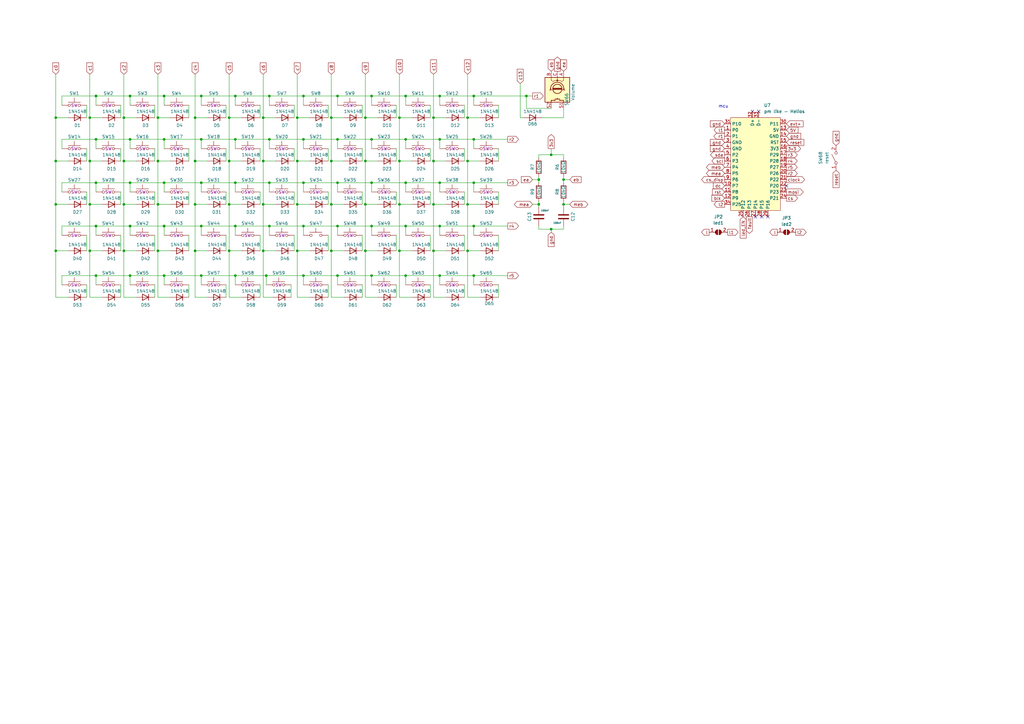
<source format=kicad_sch>
(kicad_sch (version 20250114) (generator "eeschema") (generator_version "9.0")
  (paper "A3")
  (title_block (title "swiftboard") (date "2025-07-13") (rev "rev 4"))
  (lib_symbols
    (symbol "Device:R" (pin_numbers (hide yes)) (pin_names (offset 0))
      (property "Reference" "R" (at 2.032 0 90))
      (property "Value" "R" (at 0 0 90))
      (symbol "R_1_1"
        (pin passive line (at 0 3.81 270) (length 1.27) (name "~") (number "1"))
        (pin passive line (at 0 -3.81 90) (length 1.27) (name "~") (number "2"))
      )
    )
    (symbol "Device:RotaryEncoder_Switch" (pin_names (offset 0.254) (hide yes))
      (property "Reference" "SW" (at 0 6.604 0))
      (property "Value" "RotaryEncoder_Switch" (at 0 -6.604 0))
      (symbol "RotaryEncoder_Switch_1_1"
        (pin passive line (at -7.62 2.54 0) (length 2.54) (name "A") (number "A"))
        (pin passive line (at -7.62 0 0) (length 2.54) (name "C") (number "C"))
        (pin passive line (at -7.62 -2.54 0) (length 2.54) (name "B") (number "B"))
        (pin passive line (at 7.62 2.54 180) (length 2.54) (name "S1") (number "S1"))
        (pin passive line (at 7.62 -2.54 180) (length 2.54) (name "S2") (number "S2"))
      )
    )
    (symbol "Jumper:SolderJumper_2_Open" (pin_names (offset 0) (hide yes))
      (property "Reference" "JP" (at 0 2.032 0))
      (property "Value" "SolderJumper_2_Open" (at 0 -2.54 0))
      (symbol "SolderJumper_2_Open_1_1"
        (pin passive line (at -3.81 0 0) (length 2.54) (name "A") (number "1"))
        (pin passive line (at 3.81 0 180) (length 2.54) (name "B") (number "2"))
      )
    )
    (symbol "PCM_marbastlib-promicroish:Helios" (in_bom no)
      (property "Reference" "U" (at -7.62 22.86 0))
      (property "Value" "Helios" (at -7.62 20.32 0))
      (symbol "Helios_0_0"
        (pin bidirectional line (at -12.7 13.97 0) (length 2.54) (name "P0") (number "1"))
        (pin bidirectional line (at -12.7 11.43 0) (length 2.54) (name "P1") (number "2"))
        (pin power_out line (at -12.7 8.89 0) (length 2.54) (name "GND") (number "3"))
        (pin power_out line (at -12.7 6.35 0) (length 2.54) (name "GND") (number "4"))
        (pin bidirectional line (at -12.7 3.81 0) (length 2.54) (name "P2") (number "5"))
        (pin bidirectional line (at -12.7 1.27 0) (length 2.54) (name "P3") (number "6"))
        (pin bidirectional line (at -12.7 -1.27 0) (length 2.54) (name "P4") (number "7"))
        (pin bidirectional line (at -12.7 -3.81 0) (length 2.54) (name "P5") (number "8"))
        (pin bidirectional line (at -12.7 -6.35 0) (length 2.54) (name "P6") (number "9"))
        (pin bidirectional line (at -12.7 -8.89 0) (length 2.54) (name "P7") (number "10"))
        (pin bidirectional line (at -12.7 -11.43 0) (length 2.54) (name "P8") (number "11"))
        (pin bidirectional line (at -12.7 -13.97 0) (length 2.54) (name "P9") (number "12"))
        (pin power_out line (at 12.7 11.43 180) (length 2.54) (name "GND") (number "14"))
        (pin bidirectional line (at 12.7 8.89 180) (length 2.54) (name "RST") (number "15"))
        (pin bidirectional line (at 12.7 3.81 180) (length 2.54) (name "P29") (number "17"))
        (pin bidirectional line (at 12.7 1.27 180) (length 2.54) (name "P28") (number "18"))
        (pin bidirectional line (at 12.7 -1.27 180) (length 2.54) (name "P27") (number "19"))
        (pin bidirectional line (at 12.7 -3.81 180) (length 2.54) (name "P26") (number "20"))
        (pin bidirectional line (at 12.7 -6.35 180) (length 2.54) (name "P22") (number "21"))
        (pin bidirectional line (at 12.7 -8.89 180) (length 2.54) (name "P20") (number "22"))
        (pin bidirectional line (at 12.7 -11.43 180) (length 2.54) (name "P23") (number "23"))
        (pin bidirectional line (at 12.7 -13.97 180) (length 2.54) (name "P21") (number "24"))
      )
      (symbol "Helios_1_0"
        (pin bidirectional line (at -12.7 16.51 0) (length 2.54) (name "P10") (number "31"))
        (pin bidirectional line (at -12.7 -16.51 0) (length 2.54) (name "P25") (number "34"))
        (pin bidirectional line (at -5.08 -21.59 90) (length 2.54) (name "P12") (number "25"))
        (pin bidirectional line (at -2.54 -21.59 90) (length 2.54) (name "P13") (number "26"))
        (pin bidirectional line (at -1.27 21.59 270) (length 2.54) (name "D+") (number "32"))
        (pin bidirectional line (at 0 -21.59 90) (length 2.54) (name "P14") (number "27"))
        (pin bidirectional line (at 1.27 21.59 270) (length 2.54) (name "D-") (number "33"))
        (pin bidirectional line (at 2.54 -21.59 90) (length 2.54) (name "P15") (number "28"))
        (pin bidirectional line (at 5.08 -21.59 90) (length 2.54) (name "P16") (number "29"))
        (pin power_in line (at 12.7 16.51 180) (length 2.54) (name "P11") (number "30"))
        (pin bidirectional line (at 12.7 13.97 180) (length 2.54) (name "5V") (number "13"))
        (pin power_out line (at 12.7 6.35 180) (length 2.54) (name "3V3") (number "16"))
      )
    )
    (symbol "Switch:SW_SPST" (pin_names (offset 0) (hide yes))
      (property "Reference" "SW" (at 0 3.175 0))
      (property "Value" "SW_SPST" (at 0 -2.54 0))
      (symbol "SW_SPST_1_1"
        (pin passive line (at -5.08 0 0) (length 2.54) (name "A") (number "1"))
        (pin passive line (at 5.08 0 180) (length 2.54) (name "B") (number "2"))
      )
    )
    (symbol "m65:1N4148" (pin_numbers (hide yes)) (pin_names (offset 1.016) (hide yes))
      (property "Reference" "D1" (at 0 3.175 0))
      (property "Value" "1N4148" (at 0 -2.54 0))
      (property "Sim.Device" "D" (at 0 0 0))
      (symbol "1N4148_1_1"
        (pin passive line (at -3.81 0 0) (length 2.54) (name "K") (number "1"))
        (pin passive line (at 3.81 0 180) (length 2.54) (name "A") (number "2"))
      )
    )
    (symbol "m65:capacitor" (pin_numbers (hide yes)) (pin_names (offset 0.254))
      (property "Reference" "C3" (at 6.604 0.508 90))
      (property "Value" "100nF" (at 4.064 0.508 90))
      (symbol "capacitor_1_1"
        (pin passive line (at 0 3.81 270) (length 2.794) (name "~") (number "1"))
        (pin passive line (at 0 -3.81 90) (length 2.794) (name "~") (number "2"))
      )
    )
    (symbol "m65:switch_keyboard" (pin_numbers (hide yes)) (pin_names (offset 1.016) (hide yes))
      (property "Reference" "SW" (at 1.27 2.54 0))
      (property "Value" "SW_Push" (at 0 -1.524 0))
      (property "Sim.Device" "SW" (at 0 0 0))
      (symbol "switch_keyboard_0_1"
        (pin passive line (at -5.08 0 0) (length 2.54) (name "1") (number "1"))
        (pin passive line (at 5.08 0 180) (length 2.54) (name "2") (number "2"))
      )
    )
  )
  (text "mcu" (at 294.64 44.45 0) (effects (font (size 1.27 1.27)) (justify left bottom)))
  (junction (at 121.92 83.82))
  (junction (at 191.77 83.82))
  (junction (at 67.31 113.03))
  (junction (at 194.31 92.71))
  (junction (at 82.55 113.03))
  (junction (at 107.95 66.04))
  (junction (at 50.8 83.82))
  (junction (at 152.4 39.37))
  (junction (at 194.31 39.37))
  (junction (at 39.37 57.15))
  (junction (at 36.83 83.82))
  (junction (at 194.31 57.15))
  (junction (at 226.06 63.5))
  (junction (at 149.86 83.82))
  (junction (at 80.01 83.82))
  (junction (at 96.52 74.93))
  (junction (at 93.98 48.26))
  (junction (at 110.49 92.71))
  (junction (at 149.86 66.04))
  (junction (at 231.14 83.82))
  (junction (at 107.95 102.87))
  (junction (at 110.49 74.93))
  (junction (at 135.89 66.04))
  (junction (at 22.86 102.87))
  (junction (at 166.37 113.03))
  (junction (at 180.34 74.93))
  (junction (at 194.31 74.93))
  (junction (at 53.34 92.71))
  (junction (at 53.34 57.15))
  (junction (at 152.4 113.03))
  (junction (at 163.83 102.87))
  (junction (at 107.95 83.82))
  (junction (at 220.98 83.82))
  (junction (at 135.89 48.26))
  (junction (at 93.98 66.04))
  (junction (at 163.83 83.82))
  (junction (at 220.98 73.66))
  (junction (at 226.06 93.98))
  (junction (at 39.37 74.93))
  (junction (at 180.34 39.37))
  (junction (at 166.37 39.37))
  (junction (at 22.86 66.04))
  (junction (at 64.77 48.26))
  (junction (at 152.4 74.93))
  (junction (at 166.37 74.93))
  (junction (at 121.92 102.87))
  (junction (at 124.46 57.15))
  (junction (at 53.34 113.03))
  (junction (at 152.4 57.15))
  (junction (at 110.49 57.15))
  (junction (at 231.14 73.66))
  (junction (at 152.4 92.71))
  (junction (at 82.55 74.93))
  (junction (at 124.46 113.03))
  (junction (at 82.55 92.71))
  (junction (at 50.8 48.26))
  (junction (at 215.9 39.37))
  (junction (at 50.8 66.04))
  (junction (at 138.43 39.37))
  (junction (at 191.77 102.87))
  (junction (at 67.31 39.37))
  (junction (at 166.37 92.71))
  (junction (at 149.86 48.26))
  (junction (at 124.46 92.71))
  (junction (at 191.77 66.04))
  (junction (at 135.89 83.82))
  (junction (at 96.52 92.71))
  (junction (at 22.86 83.82))
  (junction (at 110.49 39.37))
  (junction (at 124.46 39.37))
  (junction (at 93.98 83.82))
  (junction (at 180.34 57.15))
  (junction (at 22.86 48.26))
  (junction (at 177.8 48.26))
  (junction (at 36.83 66.04))
  (junction (at 180.34 92.71))
  (junction (at 138.43 74.93))
  (junction (at 36.83 102.87))
  (junction (at 50.8 102.87))
  (junction (at 138.43 113.03))
  (junction (at 180.34 113.03))
  (junction (at 53.34 39.37))
  (junction (at 166.37 57.15))
  (junction (at 80.01 48.26))
  (junction (at 80.01 66.04))
  (junction (at 64.77 102.87))
  (junction (at 177.8 83.82))
  (junction (at 109.22 113.03))
  (junction (at 53.34 74.93))
  (junction (at 82.55 39.37))
  (junction (at 121.92 66.04))
  (junction (at 64.77 66.04))
  (junction (at 124.46 74.93))
  (junction (at 67.31 74.93))
  (junction (at 80.01 102.87))
  (junction (at 36.83 48.26))
  (junction (at 39.37 39.37))
  (junction (at 163.83 66.04))
  (junction (at 121.92 48.26))
  (junction (at 39.37 113.03))
  (junction (at 82.55 57.15))
  (junction (at 191.77 48.26))
  (junction (at 163.83 48.26))
  (junction (at 67.31 92.71))
  (junction (at 107.95 48.26))
  (junction (at 39.37 92.71))
  (junction (at 177.8 66.04))
  (junction (at 67.31 57.15))
  (junction (at 138.43 92.71))
  (junction (at 149.86 102.87))
  (junction (at 64.77 83.82))
  (junction (at 93.98 102.87))
  (junction (at 194.31 113.03))
  (junction (at 177.8 102.87))
  (junction (at 135.89 102.87))
  (junction (at 96.52 39.37))
  (junction (at 96.52 57.15))
  (junction (at 96.52 113.03))
  (junction (at 138.43 57.15))
  (no_connect (at 308.61 45.72))
  (no_connect (at 312.42 88.9))
  (no_connect (at 314.96 88.9))
  (no_connect (at 309.88 88.9))
  (no_connect (at 311.15 45.72))
  (no_connect (at 322.58 76.2))
  (wire (pts (xy 110.49 74.93) (xy 124.46 74.93)))
  (wire (pts (xy 213.36 48.26) (xy 214.63 48.26)))
  (wire (pts (xy 124.46 60.96) (xy 124.46 57.15)))
  (wire (pts (xy 121.92 66.04) (xy 121.92 48.26)))
  (wire (pts (xy 204.47 66.04) (xy 204.47 60.96)))
  (wire (pts (xy 124.46 96.52) (xy 124.46 92.71)))
  (wire (pts (xy 99.06 83.82) (xy 93.98 83.82)))
  (wire (pts (xy 96.52 116.84) (xy 96.52 113.03)))
  (wire (pts (xy 96.52 96.52) (xy 96.52 92.71)))
  (wire (pts (xy 69.85 83.82) (xy 64.77 83.82)))
  (wire (pts (xy 148.59 66.04) (xy 148.59 60.96)))
  (wire (pts (xy 190.5 48.26) (xy 190.5 43.18)))
  (wire (pts (xy 50.8 30.48) (xy 50.8 48.26)))
  (wire (pts (xy 127 83.82) (xy 121.92 83.82)))
  (wire (pts (xy 67.31 39.37) (xy 82.55 39.37)))
  (wire (pts (xy 231.14 83.82) (xy 231.14 85.09)))
  (wire (pts (xy 50.8 66.04) (xy 50.8 48.26)))
  (wire (pts (xy 196.85 66.04) (xy 191.77 66.04)))
  (wire (pts (xy 138.43 39.37) (xy 152.4 39.37)))
  (wire (pts (xy 39.37 39.37) (xy 53.34 39.37)))
  (wire (pts (xy 92.71 121.92) (xy 92.71 116.84)))
  (wire (pts (xy 36.83 30.48) (xy 36.83 48.26)))
  (wire (pts (xy 138.43 74.93) (xy 152.4 74.93)))
  (wire (pts (xy 140.97 66.04) (xy 135.89 66.04)))
  (wire (pts (xy 177.8 121.92) (xy 177.8 102.87)))
  (wire (pts (xy 64.77 83.82) (xy 64.77 66.04)))
  (wire (pts (xy 148.59 83.82) (xy 148.59 78.74)))
  (wire (pts (xy 180.34 57.15) (xy 194.31 57.15)))
  (wire (pts (xy 194.31 39.37) (xy 194.31 43.18)))
  (wire (pts (xy 50.8 83.82) (xy 50.8 66.04)))
  (wire (pts (xy 53.34 60.96) (xy 53.34 57.15)))
  (wire (pts (xy 25.4 57.15) (xy 39.37 57.15)))
  (wire (pts (xy 154.94 102.87) (xy 149.86 102.87)))
  (wire (pts (xy 180.34 39.37) (xy 194.31 39.37)))
  (wire (pts (xy 64.77 102.87) (xy 64.77 83.82)))
  (wire (pts (xy 220.98 83.82) (xy 220.98 85.09)))
  (wire (pts (xy 27.94 66.04) (xy 22.86 66.04)))
  (wire (pts (xy 152.4 113.03) (xy 166.37 113.03)))
  (wire (pts (xy 231.14 63.5) (xy 231.14 64.77)))
  (wire (pts (xy 107.95 66.04) (xy 107.95 48.26)))
  (wire (pts (xy 135.89 121.92) (xy 135.89 102.87)))
  (wire (pts (xy 53.34 113.03) (xy 67.31 113.03)))
  (wire (pts (xy 50.8 121.92) (xy 50.8 102.87)))
  (wire (pts (xy 53.34 74.93) (xy 67.31 74.93)))
  (wire (pts (xy 220.98 82.55) (xy 220.98 83.82)))
  (wire (pts (xy 148.59 121.92) (xy 148.59 116.84)))
  (wire (pts (xy 166.37 74.93) (xy 180.34 74.93)))
  (wire (pts (xy 82.55 92.71) (xy 96.52 92.71)))
  (wire (pts (xy 121.92 83.82) (xy 121.92 66.04)))
  (wire (pts (xy 220.98 92.71) (xy 220.98 93.98)))
  (wire (pts (xy 96.52 60.96) (xy 96.52 57.15)))
  (wire (pts (xy 215.9 39.37) (xy 215.9 44.45)))
  (wire (pts (xy 106.68 121.92) (xy 106.68 116.84)))
  (wire (pts (xy 194.31 92.71) (xy 208.28 92.71)))
  (wire (pts (xy 39.37 116.84) (xy 39.37 113.03)))
  (wire (pts (xy 55.88 121.92) (xy 50.8 121.92)))
  (wire (pts (xy 190.5 121.92) (xy 190.5 116.84)))
  (wire (pts (xy 36.83 66.04) (xy 36.83 48.26)))
  (wire (pts (xy 39.37 57.15) (xy 53.34 57.15)))
  (wire (pts (xy 180.34 60.96) (xy 180.34 57.15)))
  (wire (pts (xy 168.91 48.26) (xy 163.83 48.26)))
  (wire (pts (xy 106.68 48.26) (xy 106.68 43.18)))
  (wire (pts (xy 49.53 102.87) (xy 49.53 96.52)))
  (wire (pts (xy 138.43 57.15) (xy 152.4 57.15)))
  (wire (pts (xy 168.91 66.04) (xy 163.83 66.04)))
  (wire (pts (xy 77.47 102.87) (xy 77.47 96.52)))
  (wire (pts (xy 119.38 116.84) (xy 119.38 121.92)))
  (wire (pts (xy 41.91 102.87) (xy 36.83 102.87)))
  (wire (pts (xy 166.37 39.37) (xy 180.34 39.37)))
  (wire (pts (xy 53.34 92.71) (xy 67.31 92.71)))
  (wire (pts (xy 154.94 48.26) (xy 149.86 48.26)))
  (wire (pts (xy 194.31 39.37) (xy 215.9 39.37)))
  (wire (pts (xy 25.4 74.93) (xy 39.37 74.93)))
  (wire (pts (xy 138.43 92.71) (xy 152.4 92.71)))
  (wire (pts (xy 231.14 48.26) (xy 231.14 44.45)))
  (wire (pts (xy 180.34 92.71) (xy 194.31 92.71)))
  (wire (pts (xy 134.62 48.26) (xy 134.62 43.18)))
  (wire (pts (xy 55.88 66.04) (xy 50.8 66.04)))
  (wire (pts (xy 134.62 66.04) (xy 134.62 60.96)))
  (wire (pts (xy 67.31 74.93) (xy 82.55 74.93)))
  (wire (pts (xy 92.71 66.04) (xy 92.71 60.96)))
  (wire (pts (xy 194.31 78.74) (xy 194.31 74.93)))
  (wire (pts (xy 25.4 60.96) (xy 25.4 57.15)))
  (wire (pts (xy 39.37 92.71) (xy 53.34 92.71)))
  (wire (pts (xy 49.53 121.92) (xy 49.53 116.84)))
  (wire (pts (xy 80.01 121.92) (xy 80.01 102.87)))
  (wire (pts (xy 166.37 78.74) (xy 166.37 74.93)))
  (wire (pts (xy 180.34 116.84) (xy 180.34 113.03)))
  (wire (pts (xy 162.56 48.26) (xy 162.56 43.18)))
  (wire (pts (xy 180.34 74.93) (xy 194.31 74.93)))
  (wire (pts (xy 22.86 121.92) (xy 22.86 102.87)))
  (wire (pts (xy 63.5 102.87) (xy 63.5 96.52)))
  (wire (pts (xy 127 102.87) (xy 121.92 102.87)))
  (wire (pts (xy 53.34 39.37) (xy 67.31 39.37)))
  (wire (pts (xy 152.4 116.84) (xy 152.4 113.03)))
  (wire (pts (xy 152.4 60.96) (xy 152.4 57.15)))
  (wire (pts (xy 110.49 39.37) (xy 124.46 39.37)))
  (wire (pts (xy 194.31 96.52) (xy 194.31 92.71)))
  (wire (pts (xy 176.53 48.26) (xy 176.53 43.18)))
  (wire (pts (xy 166.37 57.15) (xy 180.34 57.15)))
  (wire (pts (xy 194.31 116.84) (xy 194.31 113.03)))
  (wire (pts (xy 82.55 74.93) (xy 96.52 74.93)))
  (wire (pts (xy 67.31 78.74) (xy 67.31 74.93)))
  (wire (pts (xy 35.56 102.87) (xy 35.56 96.52)))
  (wire (pts (xy 162.56 83.82) (xy 162.56 78.74)))
  (wire (pts (xy 27.94 83.82) (xy 22.86 83.82)))
  (wire (pts (xy 39.37 113.03) (xy 53.34 113.03)))
  (wire (pts (xy 49.53 48.26) (xy 49.53 43.18)))
  (wire (pts (xy 135.89 66.04) (xy 135.89 48.26)))
  (wire (pts (xy 162.56 102.87) (xy 162.56 96.52)))
  (wire (pts (xy 99.06 102.87) (xy 93.98 102.87)))
  (wire (pts (xy 77.47 83.82) (xy 77.47 78.74)))
  (wire (pts (xy 99.06 121.92) (xy 93.98 121.92)))
  (wire (pts (xy 82.55 113.03) (xy 96.52 113.03)))
  (wire (pts (xy 204.47 121.92) (xy 204.47 116.84)))
  (wire (pts (xy 53.34 116.84) (xy 53.34 113.03)))
  (wire (pts (xy 67.31 113.03) (xy 82.55 113.03)))
  (wire (pts (xy 82.55 39.37) (xy 96.52 39.37)))
  (wire (pts (xy 190.5 83.82) (xy 190.5 78.74)))
  (wire (pts (xy 180.34 113.03) (xy 194.31 113.03)))
  (wire (pts (xy 182.88 102.87) (xy 177.8 102.87)))
  (wire (pts (xy 177.8 83.82) (xy 177.8 66.04)))
  (wire (pts (xy 220.98 74.93) (xy 220.98 73.66)))
  (wire (pts (xy 148.59 102.87) (xy 148.59 96.52)))
  (wire (pts (xy 124.46 39.37) (xy 138.43 39.37)))
  (wire (pts (xy 194.31 113.03) (xy 208.28 113.03)))
  (wire (pts (xy 25.4 39.37) (xy 39.37 39.37)))
  (wire (pts (xy 27.94 48.26) (xy 22.86 48.26)))
  (wire (pts (xy 110.49 78.74) (xy 110.49 74.93)))
  (wire (pts (xy 120.65 48.26) (xy 120.65 43.18)))
  (wire (pts (xy 226.06 63.5) (xy 231.14 63.5)))
  (wire (pts (xy 41.91 121.92) (xy 36.83 121.92)))
  (wire (pts (xy 82.55 78.74) (xy 82.55 74.93)))
  (wire (pts (xy 196.85 83.82) (xy 191.77 83.82)))
  (wire (pts (xy 82.55 57.15) (xy 96.52 57.15)))
  (wire (pts (xy 191.77 102.87) (xy 191.77 83.82)))
  (wire (pts (xy 194.31 60.96) (xy 194.31 57.15)))
  (wire (pts (xy 41.91 66.04) (xy 36.83 66.04)))
  (wire (pts (xy 107.95 30.48) (xy 107.95 48.26)))
  (wire (pts (xy 92.71 48.26) (xy 92.71 43.18)))
  (wire (pts (xy 85.09 83.82) (xy 80.01 83.82)))
  (wire (pts (xy 168.91 121.92) (xy 163.83 121.92)))
  (wire (pts (xy 127 121.92) (xy 121.92 121.92)))
  (wire (pts (xy 106.68 102.87) (xy 106.68 96.52)))
  (wire (pts (xy 233.68 73.66) (xy 231.14 73.66)))
  (wire (pts (xy 168.91 102.87) (xy 163.83 102.87)))
  (wire (pts (xy 231.14 74.93) (xy 231.14 73.66)))
  (wire (pts (xy 138.43 78.74) (xy 138.43 74.93)))
  (wire (pts (xy 69.85 102.87) (xy 64.77 102.87)))
  (wire (pts (xy 124.46 92.71) (xy 138.43 92.71)))
  (wire (pts (xy 64.77 66.04) (xy 64.77 48.26)))
  (wire (pts (xy 177.8 66.04) (xy 177.8 48.26)))
  (wire (pts (xy 22.86 66.04) (xy 22.86 48.26)))
  (wire (pts (xy 124.46 78.74) (xy 124.46 74.93)))
  (wire (pts (xy 53.34 43.18) (xy 53.34 39.37)))
  (wire (pts (xy 67.31 57.15) (xy 82.55 57.15)))
  (wire (pts (xy 154.94 83.82) (xy 149.86 83.82)))
  (wire (pts (xy 69.85 66.04) (xy 64.77 66.04)))
  (wire (pts (xy 204.47 48.26) (xy 204.47 43.18)))
  (wire (pts (xy 233.68 83.82) (xy 231.14 83.82)))
  (wire (pts (xy 63.5 48.26) (xy 63.5 43.18)))
  (wire (pts (xy 69.85 121.92) (xy 64.77 121.92)))
  (wire (pts (xy 191.77 83.82) (xy 191.77 66.04)))
  (wire (pts (xy 190.5 66.04) (xy 190.5 60.96)))
  (wire (pts (xy 149.86 83.82) (xy 149.86 66.04)))
  (wire (pts (xy 80.01 66.04) (xy 80.01 48.26)))
  (wire (pts (xy 163.83 102.87) (xy 163.83 83.82)))
  (wire (pts (xy 140.97 121.92) (xy 135.89 121.92)))
  (wire (pts (xy 63.5 83.82) (xy 63.5 78.74)))
  (wire (pts (xy 80.01 83.82) (xy 80.01 66.04)))
  (wire (pts (xy 36.83 83.82) (xy 36.83 66.04)))
  (wire (pts (xy 162.56 121.92) (xy 162.56 116.84)))
  (wire (pts (xy 82.55 60.96) (xy 82.55 57.15)))
  (wire (pts (xy 113.03 102.87) (xy 107.95 102.87)))
  (wire (pts (xy 106.68 66.04) (xy 106.68 60.96)))
  (wire (pts (xy 191.77 30.48) (xy 191.77 48.26)))
  (wire (pts (xy 92.71 102.87) (xy 92.71 96.52)))
  (wire (pts (xy 194.31 74.93) (xy 208.28 74.93)))
  (wire (pts (xy 69.85 48.26) (xy 64.77 48.26)))
  (wire (pts (xy 180.34 43.18) (xy 180.34 39.37)))
  (wire (pts (xy 176.53 102.87) (xy 176.53 96.52)))
  (wire (pts (xy 55.88 102.87) (xy 50.8 102.87)))
  (wire (pts (xy 138.43 116.84) (xy 138.43 113.03)))
  (wire (pts (xy 127 48.26) (xy 121.92 48.26)))
  (wire (pts (xy 49.53 66.04) (xy 49.53 60.96)))
  (wire (pts (xy 163.83 121.92) (xy 163.83 102.87)))
  (wire (pts (xy 180.34 96.52) (xy 180.34 92.71)))
  (wire (pts (xy 77.47 66.04) (xy 77.47 60.96)))
  (wire (pts (xy 166.37 92.71) (xy 180.34 92.71)))
  (wire (pts (xy 149.86 30.48) (xy 149.86 48.26)))
  (wire (pts (xy 120.65 66.04) (xy 120.65 60.96)))
  (wire (pts (xy 85.09 48.26) (xy 80.01 48.26)))
  (wire (pts (xy 39.37 96.52) (xy 39.37 92.71)))
  (wire (pts (xy 135.89 83.82) (xy 135.89 66.04)))
  (wire (pts (xy 134.62 102.87) (xy 134.62 96.52)))
  (wire (pts (xy 163.83 66.04) (xy 163.83 48.26)))
  (wire (pts (xy 138.43 96.52) (xy 138.43 92.71)))
  (wire (pts (xy 166.37 113.03) (xy 180.34 113.03)))
  (wire (pts (xy 82.55 116.84) (xy 82.55 113.03)))
  (wire (pts (xy 135.89 102.87) (xy 135.89 83.82)))
  (wire (pts (xy 96.52 78.74) (xy 96.52 74.93)))
  (wire (pts (xy 35.56 83.82) (xy 35.56 78.74)))
  (wire (pts (xy 124.46 113.03) (xy 138.43 113.03)))
  (wire (pts (xy 166.37 43.18) (xy 166.37 39.37)))
  (wire (pts (xy 231.14 93.98) (xy 231.14 92.71)))
  (wire (pts (xy 96.52 113.03) (xy 109.22 113.03)))
  (wire (pts (xy 190.5 102.87) (xy 190.5 96.52)))
  (wire (pts (xy 49.53 83.82) (xy 49.53 78.74)))
  (wire (pts (xy 121.92 121.92) (xy 121.92 102.87)))
  (wire (pts (xy 138.43 43.18) (xy 138.43 39.37)))
  (wire (pts (xy 92.71 83.82) (xy 92.71 78.74)))
  (wire (pts (xy 39.37 43.18) (xy 39.37 39.37)))
  (wire (pts (xy 215.9 39.37) (xy 218.44 39.37)))
  (wire (pts (xy 93.98 66.04) (xy 93.98 48.26)))
  (wire (pts (xy 39.37 78.74) (xy 39.37 74.93)))
  (wire (pts (xy 180.34 78.74) (xy 180.34 74.93)))
  (wire (pts (xy 22.86 102.87) (xy 22.86 83.82)))
  (wire (pts (xy 191.77 66.04) (xy 191.77 48.26)))
  (wire (pts (xy 53.34 57.15) (xy 67.31 57.15)))
  (wire (pts (xy 99.06 66.04) (xy 93.98 66.04)))
  (wire (pts (xy 113.03 83.82) (xy 107.95 83.82)))
  (wire (pts (xy 152.4 96.52) (xy 152.4 92.71)))
  (wire (pts (xy 182.88 48.26) (xy 177.8 48.26)))
  (wire (pts (xy 110.49 92.71) (xy 124.46 92.71)))
  (wire (pts (xy 166.37 116.84) (xy 166.37 113.03)))
  (wire (pts (xy 67.31 116.84) (xy 67.31 113.03)))
  (wire (pts (xy 25.4 78.74) (xy 25.4 74.93)))
  (wire (pts (xy 39.37 74.93) (xy 53.34 74.93)))
  (wire (pts (xy 218.44 83.82) (xy 220.98 83.82)))
  (wire (pts (xy 67.31 60.96) (xy 67.31 57.15)))
  (wire (pts (xy 22.86 83.82) (xy 22.86 66.04)))
  (wire (pts (xy 149.86 102.87) (xy 149.86 83.82)))
  (wire (pts (xy 148.59 48.26) (xy 148.59 43.18)))
  (wire (pts (xy 121.92 30.48) (xy 121.92 48.26)))
  (wire (pts (xy 93.98 83.82) (xy 93.98 66.04)))
  (wire (pts (xy 96.52 57.15) (xy 110.49 57.15)))
  (wire (pts (xy 107.95 83.82) (xy 107.95 66.04)))
  (wire (pts (xy 121.92 102.87) (xy 121.92 83.82)))
  (wire (pts (xy 176.53 121.92) (xy 176.53 116.84)))
  (wire (pts (xy 77.47 121.92) (xy 77.47 116.84)))
  (wire (pts (xy 110.49 43.18) (xy 110.49 39.37)))
  (wire (pts (xy 220.98 73.66) (xy 220.98 72.39)))
  (wire (pts (xy 39.37 60.96) (xy 39.37 57.15)))
  (wire (pts (xy 177.8 30.48) (xy 177.8 48.26)))
  (wire (pts (xy 149.86 66.04) (xy 149.86 48.26)))
  (wire (pts (xy 67.31 92.71) (xy 82.55 92.71)))
  (wire (pts (xy 36.83 102.87) (xy 36.83 83.82)))
  (wire (pts (xy 135.89 30.48) (xy 135.89 48.26)))
  (wire (pts (xy 27.94 121.92) (xy 22.86 121.92)))
  (wire (pts (xy 41.91 83.82) (xy 36.83 83.82)))
  (wire (pts (xy 35.56 66.04) (xy 35.56 60.96)))
  (wire (pts (xy 231.14 82.55) (xy 231.14 83.82)))
  (wire (pts (xy 110.49 57.15) (xy 124.46 57.15)))
  (wire (pts (xy 182.88 66.04) (xy 177.8 66.04)))
  (wire (pts (xy 162.56 66.04) (xy 162.56 60.96)))
  (wire (pts (xy 25.4 92.71) (xy 39.37 92.71)))
  (wire (pts (xy 25.4 43.18) (xy 25.4 39.37)))
  (wire (pts (xy 163.83 83.82) (xy 163.83 66.04)))
  (wire (pts (xy 96.52 39.37) (xy 110.49 39.37)))
  (wire (pts (xy 124.46 116.84) (xy 124.46 113.03)))
  (wire (pts (xy 220.98 93.98) (xy 226.06 93.98)))
  (wire (pts (xy 152.4 74.93) (xy 166.37 74.93)))
  (wire (pts (xy 85.09 121.92) (xy 80.01 121.92)))
  (wire (pts (xy 63.5 121.92) (xy 63.5 116.84)))
  (wire (pts (xy 176.53 66.04) (xy 176.53 60.96)))
  (wire (pts (xy 140.97 102.87) (xy 135.89 102.87)))
  (wire (pts (xy 140.97 48.26) (xy 135.89 48.26)))
  (wire (pts (xy 231.14 73.66) (xy 231.14 72.39)))
  (wire (pts (xy 226.06 95.25) (xy 226.06 93.98)))
  (wire (pts (xy 220.98 64.77) (xy 220.98 63.5)))
  (wire (pts (xy 53.34 96.52) (xy 53.34 92.71)))
  (wire (pts (xy 107.95 102.87) (xy 107.95 83.82)))
  (wire (pts (xy 106.68 83.82) (xy 106.68 78.74)))
  (wire (pts (xy 152.4 39.37) (xy 166.37 39.37)))
  (wire (pts (xy 67.31 96.52) (xy 67.31 92.71)))
  (wire (pts (xy 27.94 102.87) (xy 22.86 102.87)))
  (wire (pts (xy 35.56 48.26) (xy 35.56 43.18)))
  (wire (pts (xy 124.46 74.93) (xy 138.43 74.93)))
  (wire (pts (xy 222.25 48.26) (xy 231.14 48.26)))
  (wire (pts (xy 168.91 83.82) (xy 163.83 83.82)))
  (wire (pts (xy 96.52 43.18) (xy 96.52 39.37)))
  (wire (pts (xy 140.97 83.82) (xy 135.89 83.82)))
  (wire (pts (xy 99.06 48.26) (xy 93.98 48.26)))
  (wire (pts (xy 218.44 73.66) (xy 220.98 73.66)))
  (wire (pts (xy 35.56 121.92) (xy 35.56 116.84)))
  (wire (pts (xy 138.43 60.96) (xy 138.43 57.15)))
  (wire (pts (xy 80.01 102.87) (xy 80.01 83.82)))
  (wire (pts (xy 82.55 96.52) (xy 82.55 92.71)))
  (wire (pts (xy 182.88 121.92) (xy 177.8 121.92)))
  (wire (pts (xy 163.83 30.48) (xy 163.83 48.26)))
  (wire (pts (xy 194.31 57.15) (xy 208.28 57.15)))
  (wire (pts (xy 36.83 121.92) (xy 36.83 102.87)))
  (wire (pts (xy 176.53 83.82) (xy 176.53 78.74)))
  (wire (pts (xy 96.52 74.93) (xy 110.49 74.93)))
  (wire (pts (xy 177.8 102.87) (xy 177.8 83.82)))
  (wire (pts (xy 191.77 121.92) (xy 191.77 102.87)))
  (wire (pts (xy 67.31 43.18) (xy 67.31 39.37)))
  (wire (pts (xy 63.5 66.04) (xy 63.5 60.96)))
  (wire (pts (xy 213.36 34.29) (xy 213.36 48.26)))
  (wire (pts (xy 120.65 102.87) (xy 120.65 96.52)))
  (wire (pts (xy 85.09 102.87) (xy 80.01 102.87)))
  (wire (pts (xy 226.06 63.5) (xy 226.06 60.96)))
  (wire (pts (xy 124.46 43.18) (xy 124.46 39.37)))
  (wire (pts (xy 196.85 121.92) (xy 191.77 121.92)))
  (wire (pts (xy 138.43 113.03) (xy 152.4 113.03)))
  (wire (pts (xy 82.55 43.18) (xy 82.55 39.37)))
  (wire (pts (xy 55.88 48.26) (xy 50.8 48.26)))
  (wire (pts (xy 113.03 48.26) (xy 107.95 48.26)))
  (wire (pts (xy 134.62 121.92) (xy 134.62 116.84)))
  (wire (pts (xy 109.22 113.03) (xy 124.46 113.03)))
  (wire (pts (xy 25.4 116.84) (xy 25.4 113.03)))
  (wire (pts (xy 196.85 48.26) (xy 191.77 48.26)))
  (wire (pts (xy 64.77 121.92) (xy 64.77 102.87)))
  (wire (pts (xy 110.49 96.52) (xy 110.49 92.71)))
  (wire (pts (xy 25.4 113.03) (xy 39.37 113.03)))
  (wire (pts (xy 96.52 92.71) (xy 110.49 92.71)))
  (wire (pts (xy 196.85 102.87) (xy 191.77 102.87)))
  (wire (pts (xy 152.4 78.74) (xy 152.4 74.93)))
  (wire (pts (xy 41.91 48.26) (xy 36.83 48.26)))
  (wire (pts (xy 220.98 63.5) (xy 226.06 63.5)))
  (wire (pts (xy 154.94 121.92) (xy 149.86 121.92)))
  (wire (pts (xy 93.98 102.87) (xy 93.98 83.82)))
  (wire (pts (xy 55.88 83.82) (xy 50.8 83.82)))
  (wire (pts (xy 22.86 30.48) (xy 22.86 48.26)))
  (wire (pts (xy 113.03 66.04) (xy 107.95 66.04)))
  (wire (pts (xy 166.37 60.96) (xy 166.37 57.15)))
  (wire (pts (xy 182.88 83.82) (xy 177.8 83.82)))
  (wire (pts (xy 215.9 44.45) (xy 226.06 44.45)))
  (wire (pts (xy 204.47 102.87) (xy 204.47 96.52)))
  (wire (pts (xy 25.4 96.52) (xy 25.4 92.71)))
  (wire (pts (xy 204.47 83.82) (xy 204.47 78.74)))
  (wire (pts (xy 85.09 66.04) (xy 80.01 66.04)))
  (wire (pts (xy 93.98 30.48) (xy 93.98 48.26)))
  (wire (pts (xy 152.4 92.71) (xy 166.37 92.71)))
  (wire (pts (xy 53.34 78.74) (xy 53.34 74.93)))
  (wire (pts (xy 154.94 66.04) (xy 149.86 66.04)))
  (wire (pts (xy 134.62 83.82) (xy 134.62 78.74)))
  (wire (pts (xy 80.01 30.48) (xy 80.01 48.26)))
  (wire (pts (xy 93.98 121.92) (xy 93.98 102.87)))
  (wire (pts (xy 124.46 57.15) (xy 138.43 57.15)))
  (wire (pts (xy 110.49 60.96) (xy 110.49 57.15)))
  (wire (pts (xy 226.06 93.98) (xy 231.14 93.98)))
  (wire (pts (xy 107.95 121.92) (xy 111.76 121.92)))
  (wire (pts (xy 120.65 83.82) (xy 120.65 78.74)))
  (wire (pts (xy 152.4 43.18) (xy 152.4 39.37)))
  (wire (pts (xy 109.22 113.03) (xy 109.22 116.84)))
  (wire (pts (xy 149.86 121.92) (xy 149.86 102.87)))
  (wire (pts (xy 127 66.04) (xy 121.92 66.04)))
  (wire (pts (xy 50.8 102.87) (xy 50.8 83.82)))
  (wire (pts (xy 166.37 96.52) (xy 166.37 92.71)))
  (wire (pts (xy 64.77 30.48) (xy 64.77 48.26)))
  (wire (pts (xy 107.95 102.87) (xy 107.95 121.92)))
  (wire (pts (xy 152.4 57.15) (xy 166.37 57.15)))
  (wire (pts (xy 77.47 48.26) (xy 77.47 43.18)))
  (global_label "scl" (shape output) (at 297.18 66.04 180) (property "Intersheetrefs" "${INTERSHEET_REFS}" (effects (hide yes))))
  (global_label "c1" (shape input) (at 36.83 30.48 90) (property "Intersheetrefs" "${INTERSHEET_REFS}" (effects (hide yes))))
  (global_label "mea" (shape bidirectional) (at 297.18 71.12 180) (property "Intersheetrefs" "${INTERSHEET_REFS}" (effects (hide yes))))
  (global_label "meb" (shape bidirectional) (at 297.18 68.58 180) (property "Intersheetrefs" "${INTERSHEET_REFS}" (effects (hide yes))))
  (global_label "ea" (shape input) (at 218.44 73.66 180) (property "Intersheetrefs" "${INTERSHEET_REFS}" (effects (hide yes))))
  (global_label "3v3" (shape output) (at 226.06 60.96 90) (property "Intersheetrefs" "${INTERSHEET_REFS}" (effects (hide yes))))
  (global_label "clock" (shape output) (at 322.58 73.66 0) (property "Intersheetrefs" "${INTERSHEET_REFS}" (effects (hide yes))))
  (global_label "l1" (shape output) (at 298.45 95.25 0) (property "Intersheetrefs" "${INTERSHEET_REFS}" (effects (hide yes))))
  (global_label "eb" (shape input) (at 233.68 73.66 0) (property "Intersheetrefs" "${INTERSHEET_REFS}" (effects (hide yes))))
  (global_label "c3" (shape input) (at 64.77 30.48 90) (property "Intersheetrefs" "${INTERSHEET_REFS}" (effects (hide yes))))
  (global_label "sda" (shape output) (at 297.18 63.5 180) (property "Intersheetrefs" "${INTERSHEET_REFS}" (effects (hide yes))))
  (global_label "reset" (shape input) (at 342.9 69.85 270) (property "Intersheetrefs" "${INTERSHEET_REFS}" (effects (hide yes))))
  (global_label "l2" (shape output) (at 326.39 95.25 0) (property "Intersheetrefs" "${INTERSHEET_REFS}" (effects (hide yes))))
  (global_label "blk" (shape input) (at 297.18 81.28 180) (property "Intersheetrefs" "${INTERSHEET_REFS}" (effects (hide yes))))
  (global_label "gnd" (shape input) (at 342.9 59.69 90) (property "Intersheetrefs" "${INTERSHEET_REFS}" (effects (hide yes))))
  (global_label "r1" (shape output) (at 218.44 39.37 0) (property "Intersheetrefs" "${INTERSHEET_REFS}" (effects (hide yes))))
  (global_label "meb" (shape bidirectional) (at 233.68 83.82 0) (property "Intersheetrefs" "${INTERSHEET_REFS}" (effects (hide yes))))
  (global_label "l" (shape output) (at 290.83 95.25 180) (property "Intersheetrefs" "${INTERSHEET_REFS}" (effects (hide yes))))
  (global_label "gnd" (shape input) (at 322.58 55.88 0) (property "Intersheetrefs" "${INTERSHEET_REFS}" (effects (hide yes))))
  (global_label "5V" (shape input) (at 322.58 53.34 0) (property "Intersheetrefs" "${INTERSHEET_REFS}" (effects (hide yes))))
  (global_label "c7" (shape input) (at 121.92 30.48 90) (property "Intersheetrefs" "${INTERSHEET_REFS}" (effects (hide yes))))
  (global_label "c10" (shape input) (at 163.83 30.48 90) (property "Intersheetrefs" "${INTERSHEET_REFS}" (effects (hide yes))))
  (global_label "fault" (shape output) (at 307.34 88.9 270) (property "Intersheetrefs" "${INTERSHEET_REFS}" (effects (hide yes))))
  (global_label "r2" (shape output) (at 322.58 71.12 0) (property "Intersheetrefs" "${INTERSHEET_REFS}" (effects (hide yes))))
  (global_label "cs" (shape output) (at 322.58 81.28 0) (property "Intersheetrefs" "${INTERSHEET_REFS}" (effects (hide yes))))
  (global_label "dc" (shape input) (at 297.18 76.2 180) (property "Intersheetrefs" "${INTERSHEET_REFS}" (effects (hide yes))))
  (global_label "mea" (shape bidirectional) (at 218.44 83.82 180) (property "Intersheetrefs" "${INTERSHEET_REFS}" (effects (hide yes))))
  (global_label "c6" (shape input) (at 107.95 30.48 90) (property "Intersheetrefs" "${INTERSHEET_REFS}" (effects (hide yes))))
  (global_label "gnd" (shape output) (at 228.6 29.21 90) (property "Intersheetrefs" "${INTERSHEET_REFS}" (effects (hide yes))))
  (global_label "r4" (shape output) (at 208.28 92.71 0) (property "Intersheetrefs" "${INTERSHEET_REFS}" (effects (hide yes))))
  (global_label "r1" (shape output) (at 297.18 55.88 180) (property "Intersheetrefs" "${INTERSHEET_REFS}" (effects (hide yes))))
  (global_label "c13" (shape input) (at 213.36 34.29 90) (property "Intersheetrefs" "${INTERSHEET_REFS}" (effects (hide yes))))
  (global_label "r2" (shape output) (at 208.28 57.15 0) (property "Intersheetrefs" "${INTERSHEET_REFS}" (effects (hide yes))))
  (global_label "cs_disp" (shape output) (at 297.18 73.66 180) (property "Intersheetrefs" "${INTERSHEET_REFS}" (effects (hide yes))))
  (global_label "c4" (shape input) (at 80.01 30.48 90) (property "Intersheetrefs" "${INTERSHEET_REFS}" (effects (hide yes))))
  (global_label "c9" (shape input) (at 149.86 30.48 90) (property "Intersheetrefs" "${INTERSHEET_REFS}" (effects (hide yes))))
  (global_label "l" (shape output) (at 318.77 95.25 180) (property "Intersheetrefs" "${INTERSHEET_REFS}" (effects (hide yes))))
  (global_label "l1" (shape output) (at 297.18 53.34 180) (property "Intersheetrefs" "${INTERSHEET_REFS}" (effects (hide yes))))
  (global_label "reset" (shape input) (at 322.58 58.42 0) (property "Intersheetrefs" "${INTERSHEET_REFS}" (effects (hide yes))))
  (global_label "rst" (shape input) (at 297.18 78.74 180) (property "Intersheetrefs" "${INTERSHEET_REFS}" (effects (hide yes))))
  (global_label "led_EN" (shape input) (at 304.8 88.9 270) (property "Intersheetrefs" "${INTERSHEET_REFS}" (effects (hide yes))))
  (global_label "c0" (shape input) (at 22.86 30.48 90) (property "Intersheetrefs" "${INTERSHEET_REFS}" (effects (hide yes))))
  (global_label "r5" (shape output) (at 208.28 113.03 0) (property "Intersheetrefs" "${INTERSHEET_REFS}" (effects (hide yes))))
  (global_label "gnd" (shape input) (at 226.06 95.25 270) (property "Intersheetrefs" "${INTERSHEET_REFS}" (effects (hide yes))))
  (global_label "l2" (shape output) (at 297.18 83.82 180) (property "Intersheetrefs" "${INTERSHEET_REFS}" (effects (hide yes))))
  (global_label "c11" (shape input) (at 177.8 30.48 90) (property "Intersheetrefs" "${INTERSHEET_REFS}" (effects (hide yes))))
  (global_label "r3" (shape output) (at 208.28 74.93 0) (property "Intersheetrefs" "${INTERSHEET_REFS}" (effects (hide yes))))
  (global_label "3v3" (shape output) (at 322.58 60.96 0) (property "Intersheetrefs" "${INTERSHEET_REFS}" (effects (hide yes))))
  (global_label "r3" (shape output) (at 322.58 63.5 0) (property "Intersheetrefs" "${INTERSHEET_REFS}" (effects (hide yes))))
  (global_label "r4" (shape output) (at 322.58 66.04 0) (property "Intersheetrefs" "${INTERSHEET_REFS}" (effects (hide yes))))
  (global_label "c12" (shape input) (at 191.77 30.48 90) (property "Intersheetrefs" "${INTERSHEET_REFS}" (effects (hide yes))))
  (global_label "eb" (shape input) (at 226.06 29.21 90) (property "Intersheetrefs" "${INTERSHEET_REFS}" (effects (hide yes))))
  (global_label "c8" (shape input) (at 135.89 30.48 90) (property "Intersheetrefs" "${INTERSHEET_REFS}" (effects (hide yes))))
  (global_label "c2" (shape input) (at 50.8 30.48 90) (property "Intersheetrefs" "${INTERSHEET_REFS}" (effects (hide yes))))
  (global_label "mosi" (shape output) (at 322.58 78.74 0) (property "Intersheetrefs" "${INTERSHEET_REFS}" (effects (hide yes))))
  (global_label "gnd" (shape input) (at 297.18 50.8 180) (property "Intersheetrefs" "${INTERSHEET_REFS}" (effects (hide yes))))
  (global_label "r5" (shape output) (at 322.58 68.58 0) (property "Intersheetrefs" "${INTERSHEET_REFS}" (effects (hide yes))))
  (global_label "gnd" (shape input) (at 297.18 60.96 180) (property "Intersheetrefs" "${INTERSHEET_REFS}" (effects (hide yes))))
  (global_label "ext+" (shape input) (at 322.58 50.8 0) (property "Intersheetrefs" "${INTERSHEET_REFS}" (effects (hide yes))))
  (global_label "c5" (shape input) (at 93.98 30.48 90) (property "Intersheetrefs" "${INTERSHEET_REFS}" (effects (hide yes))))
  (global_label "ea" (shape input) (at 231.14 29.21 90) (property "Intersheetrefs" "${INTERSHEET_REFS}" (effects (hide yes))))
  (global_label "gnd" (shape input) (at 297.18 58.42 180) (property "Intersheetrefs" "${INTERSHEET_REFS}" (effects (hide yes))))
  (symbol (lib_id "m65:switch_keyboard") (at 30.48 43.18 0) (unit 1)
    (property "Reference" "SW1" (at 30.48 38.2778 0))
    (property "Value" "esc" (effects (hide yes)))
    (property "Footprint" "m65:SW_Cherry_MX_1.00u_PCB" (effects (hide yes)))
    (property "Sim.Device" "SW" (at 30.48 43.18 0))
    (property "Sim.Type" "V" (effects (hide yes)))
    (property "Sim.Pins" "1=ctrl+ 2=ctrl-" (effects (hide yes)))
  )
  (symbol (lib_id "m65:1N4148") (at 31.75 48.26 180) (unit 1)
    (property "Reference" "D1" (at 31.75 51.435 0))
    (property "Value" "1N4148" (at 31.75 45.72 0))
    (property "Footprint" "m65:D_DO-35-SOD-123" (effects (hide yes)))
    (property "LCSC" "C81598" (effects (hide yes)))
  )
  (symbol (lib_id "m65:switch_keyboard") (at 30.48 78.74 0) (unit 1)
    (property "Reference" "SW27" (at 30.48 73.8378 0))
    (property "Value" "#" (effects (hide yes)))
    (property "Footprint" "m65:SW_Cherry_MX_1.00u_PCB" (effects (hide yes)))
    (property "Sim.Device" "SW" (at 30.48 78.74 0))
    (property "Sim.Type" "V" (effects (hide yes)))
    (property "Sim.Pins" "1=ctrl+ 2=ctrl-" (effects (hide yes)))
  )
  (symbol (lib_id "m65:1N4148") (at 31.75 83.82 180) (unit 1)
    (property "Reference" "D27" (at 31.75 86.995 0))
    (property "Value" "1N4148" (at 31.75 81.28 0))
    (property "Footprint" "m65:D_DO-35-SOD-123" (effects (hide yes)))
    (property "LCSC" "C81598" (effects (hide yes)))
  )
  (symbol (lib_id "m65:switch_keyboard") (at 30.48 60.96 0) (unit 1)
    (property "Reference" "SW14" (at 30.48 56.0578 0))
    (property "Value" "tab" (effects (hide yes)))
    (property "Footprint" "m65:SW_Cherry_MX_1.00u_PCB" (effects (hide yes)))
    (property "Sim.Device" "SW" (at 30.48 60.96 0))
    (property "Sim.Type" "V" (effects (hide yes)))
    (property "Sim.Pins" "1=ctrl+ 2=ctrl-" (effects (hide yes)))
  )
  (symbol (lib_id "m65:1N4148") (at 31.75 66.04 180) (unit 1)
    (property "Reference" "D14" (at 31.75 69.215 0))
    (property "Value" "1N4148" (at 31.75 63.5 0))
    (property "Footprint" "m65:D_DO-35-SOD-123" (effects (hide yes)))
    (property "LCSC" "C81598" (effects (hide yes)))
  )
  (symbol (lib_id "m65:switch_keyboard") (at 30.48 116.84 0) (unit 1)
    (property "Reference" "SW53" (at 30.48 111.9378 0))
    (property "Value" "ctrl" (effects (hide yes)))
    (property "Footprint" "m65:SW_Cherry_MX_1.00u_PCB" (effects (hide yes)))
    (property "Sim.Device" "SW" (at 30.48 116.84 0))
    (property "Sim.Type" "V" (effects (hide yes)))
    (property "Sim.Pins" "1=ctrl+ 2=ctrl-" (effects (hide yes)))
  )
  (symbol (lib_id "m65:1N4148") (at 31.75 121.92 180) (unit 1)
    (property "Reference" "D53" (at 31.75 125.095 0))
    (property "Value" "1N4148" (at 31.75 119.38 0))
    (property "Footprint" "m65:D_DO-35-SOD-123" (effects (hide yes)))
    (property "LCSC" "C81598" (effects (hide yes)))
  )
  (symbol (lib_id "m65:switch_keyboard") (at 30.48 96.52 0) (unit 1)
    (property "Reference" "SW40" (at 30.48 91.6178 0))
    (property "Value" "shift" (effects (hide yes)))
    (property "Footprint" "m65:SW_Cherry_MX_1.00u_PCB" (effects (hide yes)))
    (property "Sim.Device" "SW" (at 30.48 96.52 0))
    (property "Sim.Type" "V" (effects (hide yes)))
    (property "Sim.Pins" "1=ctrl+ 2=ctrl-" (effects (hide yes)))
  )
  (symbol (lib_id "m65:1N4148") (at 31.75 102.87 180) (unit 1)
    (property "Reference" "D40" (at 31.75 106.045 0))
    (property "Value" "1N4148" (at 31.75 100.33 0))
    (property "Footprint" "m65:D_DO-35-SOD-123" (effects (hide yes)))
    (property "LCSC" "C81598" (effects (hide yes)))
  )
  (symbol (lib_id "m65:switch_keyboard") (at 44.45 43.18 0) (unit 1)
    (property "Reference" "SW2" (at 44.45 38.2778 0))
    (property "Value" "1" (effects (hide yes)))
    (property "Footprint" "m65:SW_Cherry_MX_1.00u_PCB" (effects (hide yes)))
    (property "Sim.Device" "SW" (at 44.45 43.18 0))
    (property "Sim.Type" "V" (effects (hide yes)))
    (property "Sim.Pins" "1=ctrl+ 2=ctrl-" (effects (hide yes)))
  )
  (symbol (lib_id "m65:1N4148") (at 45.72 48.26 180) (unit 1)
    (property "Reference" "D2" (at 45.72 51.435 0))
    (property "Value" "1N4148" (at 45.72 45.72 0))
    (property "Footprint" "m65:D_DO-35-SOD-123" (effects (hide yes)))
    (property "LCSC" "C81598" (effects (hide yes)))
  )
  (symbol (lib_id "m65:switch_keyboard") (at 44.45 78.74 0) (unit 1)
    (property "Reference" "SW28" (at 44.45 73.8378 0))
    (property "Value" "a" (effects (hide yes)))
    (property "Footprint" "m65:SW_Cherry_MX_1.00u_PCB" (effects (hide yes)))
    (property "Sim.Device" "SW" (at 44.45 78.74 0))
    (property "Sim.Type" "V" (effects (hide yes)))
    (property "Sim.Pins" "1=ctrl+ 2=ctrl-" (effects (hide yes)))
  )
  (symbol (lib_id "m65:1N4148") (at 45.72 83.82 180) (unit 1)
    (property "Reference" "D28" (at 45.72 86.995 0))
    (property "Value" "1N4148" (at 45.72 81.28 0))
    (property "Footprint" "m65:D_DO-35-SOD-123" (effects (hide yes)))
    (property "LCSC" "C81598" (effects (hide yes)))
  )
  (symbol (lib_id "m65:switch_keyboard") (at 44.45 60.96 0) (unit 1)
    (property "Reference" "SW15" (at 44.45 56.0578 0))
    (property "Value" "q" (effects (hide yes)))
    (property "Footprint" "m65:SW_Cherry_MX_1.00u_PCB" (effects (hide yes)))
    (property "Sim.Device" "SW" (at 44.45 60.96 0))
    (property "Sim.Type" "V" (effects (hide yes)))
    (property "Sim.Pins" "1=ctrl+ 2=ctrl-" (effects (hide yes)))
  )
  (symbol (lib_id "m65:1N4148") (at 45.72 66.04 180) (unit 1)
    (property "Reference" "D15" (at 45.72 69.215 0))
    (property "Value" "1N4148" (at 45.72 63.5 0))
    (property "Footprint" "m65:D_DO-35-SOD-123" (effects (hide yes)))
    (property "LCSC" "C81598" (effects (hide yes)))
  )
  (symbol (lib_id "m65:switch_keyboard") (at 44.45 116.84 0) (unit 1)
    (property "Reference" "SW54" (at 44.45 111.9378 0))
    (property "Value" "menu" (effects (hide yes)))
    (property "Footprint" "m65:SW_Cherry_MX_1.00u_PCB" (effects (hide yes)))
    (property "Sim.Device" "SW" (at 44.45 116.84 0))
    (property "Sim.Type" "V" (effects (hide yes)))
    (property "Sim.Pins" "1=ctrl+ 2=ctrl-" (effects (hide yes)))
  )
  (symbol (lib_id "m65:1N4148") (at 45.72 121.92 180) (unit 1)
    (property "Reference" "D54" (at 45.72 125.095 0))
    (property "Value" "1N4148" (at 45.72 119.38 0))
    (property "Footprint" "m65:D_DO-35-SOD-123" (effects (hide yes)))
    (property "LCSC" "C81598" (effects (hide yes)))
  )
  (symbol (lib_id "m65:switch_keyboard") (at 44.45 96.52 0) (unit 1)
    (property "Reference" "SW41" (at 44.45 91.6178 0))
    (property "Value" "\\" (effects (hide yes)))
    (property "Footprint" "m65:SW_Cherry_MX_1.00u_PCB" (effects (hide yes)))
    (property "Sim.Device" "SW" (at 44.45 96.52 0))
    (property "Sim.Type" "V" (effects (hide yes)))
    (property "Sim.Pins" "1=ctrl+ 2=ctrl-" (effects (hide yes)))
  )
  (symbol (lib_id "m65:1N4148") (at 45.72 102.87 180) (unit 1)
    (property "Reference" "D41" (at 45.72 106.045 0))
    (property "Value" "1N4148" (at 45.72 100.33 0))
    (property "Footprint" "m65:D_DO-35-SOD-123" (effects (hide yes)))
    (property "LCSC" "C81598" (effects (hide yes)))
  )
  (symbol (lib_id "m65:switch_keyboard") (at 58.42 43.18 0) (unit 1)
    (property "Reference" "SW3" (at 58.42 38.2778 0))
    (property "Value" "2" (effects (hide yes)))
    (property "Footprint" "m65:SW_Cherry_MX_1.00u_PCB" (effects (hide yes)))
    (property "Sim.Device" "SW" (at 58.42 43.18 0))
    (property "Sim.Type" "V" (effects (hide yes)))
    (property "Sim.Pins" "1=ctrl+ 2=ctrl-" (effects (hide yes)))
  )
  (symbol (lib_id "m65:1N4148") (at 59.69 48.26 180) (unit 1)
    (property "Reference" "D3" (at 59.69 51.435 0))
    (property "Value" "1N4148" (at 59.69 45.72 0))
    (property "Footprint" "m65:D_DO-35-SOD-123" (effects (hide yes)))
    (property "LCSC" "C81598" (effects (hide yes)))
  )
  (symbol (lib_id "m65:switch_keyboard") (at 58.42 78.74 0) (unit 1)
    (property "Reference" "SW29" (at 58.42 73.8378 0))
    (property "Value" "s" (effects (hide yes)))
    (property "Footprint" "m65:SW_Cherry_MX_1.00u_PCB" (effects (hide yes)))
    (property "Sim.Device" "SW" (at 58.42 78.74 0))
    (property "Sim.Type" "V" (effects (hide yes)))
    (property "Sim.Pins" "1=ctrl+ 2=ctrl-" (effects (hide yes)))
  )
  (symbol (lib_id "m65:1N4148") (at 59.69 83.82 180) (unit 1)
    (property "Reference" "D29" (at 59.69 86.995 0))
    (property "Value" "1N4148" (at 59.69 81.28 0))
    (property "Footprint" "m65:D_DO-35-SOD-123" (effects (hide yes)))
    (property "LCSC" "C81598" (effects (hide yes)))
  )
  (symbol (lib_id "m65:switch_keyboard") (at 58.42 60.96 0) (unit 1)
    (property "Reference" "SW16" (at 58.42 56.0578 0))
    (property "Value" "w" (effects (hide yes)))
    (property "Footprint" "m65:SW_Cherry_MX_1.00u_PCB" (effects (hide yes)))
    (property "Sim.Device" "SW" (at 58.42 60.96 0))
    (property "Sim.Type" "V" (effects (hide yes)))
    (property "Sim.Pins" "1=ctrl+ 2=ctrl-" (effects (hide yes)))
  )
  (symbol (lib_id "m65:1N4148") (at 59.69 66.04 180) (unit 1)
    (property "Reference" "D16" (at 59.69 69.215 0))
    (property "Value" "1N4148" (at 59.69 63.5 0))
    (property "Footprint" "m65:D_DO-35-SOD-123" (effects (hide yes)))
    (property "LCSC" "C81598" (effects (hide yes)))
  )
  (symbol (lib_id "m65:switch_keyboard") (at 58.42 116.84 0) (unit 1)
    (property "Reference" "SW55" (at 58.42 111.9378 0))
    (property "Value" "lower" (effects (hide yes)))
    (property "Footprint" "m65:SW_Cherry_MX_1.00u_PCB" (effects (hide yes)))
    (property "Sim.Device" "SW" (at 58.42 116.84 0))
    (property "Sim.Type" "V" (effects (hide yes)))
    (property "Sim.Pins" "1=ctrl+ 2=ctrl-" (effects (hide yes)))
  )
  (symbol (lib_id "m65:1N4148") (at 59.69 121.92 180) (unit 1)
    (property "Reference" "D55" (at 59.69 125.095 0))
    (property "Value" "1N4148" (at 59.69 119.38 0))
    (property "Footprint" "m65:D_DO-35-SOD-123" (effects (hide yes)))
    (property "LCSC" "C81598" (effects (hide yes)))
  )
  (symbol (lib_id "m65:switch_keyboard") (at 58.42 96.52 0) (unit 1)
    (property "Reference" "SW42" (at 58.42 91.6178 0))
    (property "Value" "z" (effects (hide yes)))
    (property "Footprint" "m65:SW_Cherry_MX_1.00u_PCB" (effects (hide yes)))
    (property "Sim.Device" "SW" (at 58.42 96.52 0))
    (property "Sim.Type" "V" (effects (hide yes)))
    (property "Sim.Pins" "1=ctrl+ 2=ctrl-" (effects (hide yes)))
  )
  (symbol (lib_id "m65:1N4148") (at 59.69 102.87 180) (unit 1)
    (property "Reference" "D42" (at 59.69 106.045 0))
    (property "Value" "1N4148" (at 59.69 100.33 0))
    (property "Footprint" "m65:D_DO-35-SOD-123" (effects (hide yes)))
    (property "LCSC" "C81598" (effects (hide yes)))
  )
  (symbol (lib_id "m65:switch_keyboard") (at 72.39 43.18 0) (unit 1)
    (property "Reference" "SW4" (at 72.39 38.2778 0))
    (property "Value" "3" (effects (hide yes)))
    (property "Footprint" "m65:SW_Cherry_MX_1.00u_PCB" (effects (hide yes)))
    (property "Sim.Device" "SW" (at 72.39 43.18 0))
    (property "Sim.Type" "V" (effects (hide yes)))
    (property "Sim.Pins" "1=ctrl+ 2=ctrl-" (effects (hide yes)))
  )
  (symbol (lib_id "m65:1N4148") (at 73.66 48.26 180) (unit 1)
    (property "Reference" "D4" (at 73.66 51.435 0))
    (property "Value" "1N4148" (at 73.66 45.72 0))
    (property "Footprint" "m65:D_DO-35-SOD-123" (effects (hide yes)))
    (property "LCSC" "C81598" (effects (hide yes)))
  )
  (symbol (lib_id "m65:switch_keyboard") (at 72.39 78.74 0) (unit 1)
    (property "Reference" "SW30" (at 72.39 73.8378 0))
    (property "Value" "d" (effects (hide yes)))
    (property "Footprint" "m65:SW_Cherry_MX_1.00u_PCB" (effects (hide yes)))
    (property "Sim.Device" "SW" (at 72.39 78.74 0))
    (property "Sim.Type" "V" (effects (hide yes)))
    (property "Sim.Pins" "1=ctrl+ 2=ctrl-" (effects (hide yes)))
  )
  (symbol (lib_id "m65:1N4148") (at 73.66 83.82 180) (unit 1)
    (property "Reference" "D30" (at 73.66 86.995 0))
    (property "Value" "1N4148" (at 73.66 81.28 0))
    (property "Footprint" "m65:D_DO-35-SOD-123" (effects (hide yes)))
    (property "LCSC" "C81598" (effects (hide yes)))
  )
  (symbol (lib_id "m65:switch_keyboard") (at 72.39 60.96 0) (unit 1)
    (property "Reference" "SW17" (at 72.39 56.0578 0))
    (property "Value" "e" (effects (hide yes)))
    (property "Footprint" "m65:SW_Cherry_MX_1.00u_PCB" (effects (hide yes)))
    (property "Sim.Device" "SW" (at 72.39 60.96 0))
    (property "Sim.Type" "V" (effects (hide yes)))
    (property "Sim.Pins" "1=ctrl+ 2=ctrl-" (effects (hide yes)))
  )
  (symbol (lib_id "m65:1N4148") (at 73.66 66.04 180) (unit 1)
    (property "Reference" "D17" (at 73.66 69.215 0))
    (property "Value" "1N4148" (at 73.66 63.5 0))
    (property "Footprint" "m65:D_DO-35-SOD-123" (effects (hide yes)))
    (property "LCSC" "C81598" (effects (hide yes)))
  )
  (symbol (lib_id "m65:switch_keyboard") (at 72.39 116.84 0) (unit 1)
    (property "Reference" "SW56" (at 72.39 111.9378 0))
    (property "Value" "alt" (effects (hide yes)))
    (property "Footprint" "m65:SW_Cherry_MX_1.00u_PCB" (effects (hide yes)))
    (property "Sim.Device" "SW" (at 72.39 116.84 0))
    (property "Sim.Type" "V" (effects (hide yes)))
    (property "Sim.Pins" "1=ctrl+ 2=ctrl-" (effects (hide yes)))
  )
  (symbol (lib_id "m65:1N4148") (at 73.66 121.92 180) (unit 1)
    (property "Reference" "D56" (at 73.66 125.095 0))
    (property "Value" "1N4148" (at 73.66 119.38 0))
    (property "Footprint" "m65:D_DO-35-SOD-123" (effects (hide yes)))
    (property "LCSC" "C81598" (effects (hide yes)))
  )
  (symbol (lib_id "m65:switch_keyboard") (at 72.39 96.52 0) (unit 1)
    (property "Reference" "SW43" (at 72.39 91.6178 0))
    (property "Value" "x" (effects (hide yes)))
    (property "Footprint" "m65:SW_Cherry_MX_1.00u_PCB" (effects (hide yes)))
    (property "Sim.Device" "SW" (at 72.39 96.52 0))
    (property "Sim.Type" "V" (effects (hide yes)))
    (property "Sim.Pins" "1=ctrl+ 2=ctrl-" (effects (hide yes)))
  )
  (symbol (lib_id "m65:1N4148") (at 73.66 102.87 180) (unit 1)
    (property "Reference" "D43" (at 73.66 106.045 0))
    (property "Value" "1N4148" (at 73.66 100.33 0))
    (property "Footprint" "m65:D_DO-35-SOD-123" (effects (hide yes)))
    (property "LCSC" "C81598" (effects (hide yes)))
  )
  (symbol (lib_id "m65:switch_keyboard") (at 87.63 43.18 0) (unit 1)
    (property "Reference" "SW5" (at 87.63 38.2778 0))
    (property "Value" "4" (effects (hide yes)))
    (property "Footprint" "m65:SW_Cherry_MX_1.00u_PCB" (effects (hide yes)))
    (property "Sim.Device" "SW" (at 87.63 43.18 0))
    (property "Sim.Type" "V" (effects (hide yes)))
    (property "Sim.Pins" "1=ctrl+ 2=ctrl-" (effects (hide yes)))
  )
  (symbol (lib_id "m65:1N4148") (at 88.9 48.26 180) (unit 1)
    (property "Reference" "D5" (at 88.9 51.435 0))
    (property "Value" "1N4148" (at 88.9 45.72 0))
    (property "Footprint" "m65:D_DO-35-SOD-123" (effects (hide yes)))
    (property "LCSC" "C81598" (effects (hide yes)))
  )
  (symbol (lib_id "m65:switch_keyboard") (at 87.63 78.74 0) (unit 1)
    (property "Reference" "SW31" (at 87.63 73.8378 0))
    (property "Value" "f" (effects (hide yes)))
    (property "Footprint" "m65:SW_Cherry_MX_1.00u_PCB" (effects (hide yes)))
    (property "Sim.Device" "SW" (at 87.63 78.74 0))
    (property "Sim.Type" "V" (effects (hide yes)))
    (property "Sim.Pins" "1=ctrl+ 2=ctrl-" (effects (hide yes)))
  )
  (symbol (lib_id "m65:1N4148") (at 88.9 83.82 180) (unit 1)
    (property "Reference" "D31" (at 88.9 86.995 0))
    (property "Value" "1N4148" (at 88.9 81.28 0))
    (property "Footprint" "m65:D_DO-35-SOD-123" (effects (hide yes)))
    (property "LCSC" "C81598" (effects (hide yes)))
  )
  (symbol (lib_id "m65:switch_keyboard") (at 87.63 60.96 0) (unit 1)
    (property "Reference" "SW18" (at 87.63 56.0578 0))
    (property "Value" "r" (effects (hide yes)))
    (property "Footprint" "m65:SW_Cherry_MX_1.00u_PCB" (effects (hide yes)))
    (property "Sim.Device" "SW" (at 87.63 60.96 0))
    (property "Sim.Type" "V" (effects (hide yes)))
    (property "Sim.Pins" "1=ctrl+ 2=ctrl-" (effects (hide yes)))
  )
  (symbol (lib_id "m65:1N4148") (at 88.9 66.04 180) (unit 1)
    (property "Reference" "D18" (at 88.9 69.215 0))
    (property "Value" "1N4148" (at 88.9 63.5 0))
    (property "Footprint" "m65:D_DO-35-SOD-123" (effects (hide yes)))
    (property "LCSC" "C81598" (effects (hide yes)))
  )
  (symbol (lib_id "m65:switch_keyboard") (at 87.63 116.84 0) (unit 1)
    (property "Reference" "SW57" (at 87.63 111.9378 0))
    (property "Value" "raise" (effects (hide yes)))
    (property "Footprint" "m65:SW_Cherry_MX_1.00u_PCB" (effects (hide yes)))
    (property "Sim.Device" "SW" (at 87.63 116.84 0))
    (property "Sim.Type" "V" (effects (hide yes)))
    (property "Sim.Pins" "1=ctrl+ 2=ctrl-" (effects (hide yes)))
  )
  (symbol (lib_id "m65:1N4148") (at 88.9 121.92 180) (unit 1)
    (property "Reference" "D57" (at 88.9 125.095 0))
    (property "Value" "1N4148" (at 88.9 119.38 0))
    (property "Footprint" "m65:D_DO-35-SOD-123" (effects (hide yes)))
    (property "LCSC" "C81598" (effects (hide yes)))
  )
  (symbol (lib_id "m65:switch_keyboard") (at 87.63 96.52 0) (unit 1)
    (property "Reference" "SW44" (at 87.63 91.6178 0))
    (property "Value" "c" (effects (hide yes)))
    (property "Footprint" "m65:SW_Cherry_MX_1.00u_PCB" (effects (hide yes)))
    (property "Sim.Device" "SW" (at 87.63 96.52 0))
    (property "Sim.Type" "V" (effects (hide yes)))
    (property "Sim.Pins" "1=ctrl+ 2=ctrl-" (effects (hide yes)))
  )
  (symbol (lib_id "m65:1N4148") (at 88.9 102.87 180) (unit 1)
    (property "Reference" "D44" (at 88.9 106.045 0))
    (property "Value" "1N4148" (at 88.9 100.33 0))
    (property "Footprint" "m65:D_DO-35-SOD-123" (effects (hide yes)))
    (property "LCSC" "C81598" (effects (hide yes)))
  )
  (symbol (lib_id "m65:switch_keyboard") (at 101.6 43.18 0) (unit 1)
    (property "Reference" "SW6" (at 101.6 38.2778 0))
    (property "Value" "5" (effects (hide yes)))
    (property "Footprint" "m65:SW_Cherry_MX_1.00u_PCB" (effects (hide yes)))
    (property "Sim.Device" "SW" (at 101.6 43.18 0))
    (property "Sim.Type" "V" (effects (hide yes)))
    (property "Sim.Pins" "1=ctrl+ 2=ctrl-" (effects (hide yes)))
  )
  (symbol (lib_id "m65:1N4148") (at 102.87 48.26 180) (unit 1)
    (property "Reference" "D6" (at 102.87 51.435 0))
    (property "Value" "1N4148" (at 102.87 45.72 0))
    (property "Footprint" "m65:D_DO-35-SOD-123" (effects (hide yes)))
    (property "LCSC" "C81598" (effects (hide yes)))
  )
  (symbol (lib_id "m65:switch_keyboard") (at 101.6 78.74 0) (unit 1)
    (property "Reference" "SW32" (at 101.6 73.8378 0))
    (property "Value" "g" (effects (hide yes)))
    (property "Footprint" "m65:SW_Cherry_MX_1.00u_PCB" (effects (hide yes)))
    (property "Sim.Device" "SW" (at 101.6 78.74 0))
    (property "Sim.Type" "V" (effects (hide yes)))
    (property "Sim.Pins" "1=ctrl+ 2=ctrl-" (effects (hide yes)))
  )
  (symbol (lib_id "m65:1N4148") (at 102.87 83.82 180) (unit 1)
    (property "Reference" "D32" (at 102.87 86.995 0))
    (property "Value" "1N4148" (at 102.87 81.28 0))
    (property "Footprint" "m65:D_DO-35-SOD-123" (effects (hide yes)))
    (property "LCSC" "C81598" (effects (hide yes)))
  )
  (symbol (lib_id "m65:switch_keyboard") (at 101.6 60.96 0) (unit 1)
    (property "Reference" "SW19" (at 101.6 56.0578 0))
    (property "Value" "t" (effects (hide yes)))
    (property "Footprint" "m65:SW_Cherry_MX_1.00u_PCB" (effects (hide yes)))
    (property "Sim.Device" "SW" (at 101.6 60.96 0))
    (property "Sim.Type" "V" (effects (hide yes)))
    (property "Sim.Pins" "1=ctrl+ 2=ctrl-" (effects (hide yes)))
  )
  (symbol (lib_id "m65:1N4148") (at 102.87 66.04 180) (unit 1)
    (property "Reference" "D19" (at 102.87 69.215 0))
    (property "Value" "1N4148" (at 102.87 63.5 0))
    (property "Footprint" "m65:D_DO-35-SOD-123" (effects (hide yes)))
    (property "LCSC" "C81598" (effects (hide yes)))
  )
  (symbol (lib_id "m65:switch_keyboard") (at 101.6 116.84 0) (unit 1)
    (property "Reference" "SW58" (at 101.6 111.9378 0))
    (property "Value" "space" (effects (hide yes)))
    (property "Footprint" "m65:SW_Cherry_MX_1.00u_PCB" (effects (hide yes)))
    (property "Sim.Device" "SW" (at 101.6 116.84 0))
    (property "Sim.Type" "V" (effects (hide yes)))
    (property "Sim.Pins" "1=ctrl+ 2=ctrl-" (effects (hide yes)))
  )
  (symbol (lib_id "m65:1N4148") (at 102.87 121.92 180) (unit 1)
    (property "Reference" "D58" (at 102.87 125.095 0))
    (property "Value" "1N4148" (at 102.87 119.38 0))
    (property "Footprint" "m65:D_DO-35-SOD-123" (effects (hide yes)))
    (property "LCSC" "C81598" (effects (hide yes)))
  )
  (symbol (lib_id "m65:switch_keyboard") (at 101.6 96.52 0) (unit 1)
    (property "Reference" "SW45" (at 101.6 91.6178 0))
    (property "Value" "v" (effects (hide yes)))
    (property "Footprint" "m65:SW_Cherry_MX_1.00u_PCB" (effects (hide yes)))
    (property "Sim.Device" "SW" (at 101.6 96.52 0))
    (property "Sim.Type" "V" (effects (hide yes)))
    (property "Sim.Pins" "1=ctrl+ 2=ctrl-" (effects (hide yes)))
  )
  (symbol (lib_id "m65:1N4148") (at 102.87 102.87 180) (unit 1)
    (property "Reference" "D45" (at 102.87 106.045 0))
    (property "Value" "1N4148" (at 102.87 100.33 0))
    (property "Footprint" "m65:D_DO-35-SOD-123" (effects (hide yes)))
    (property "LCSC" "C81598" (effects (hide yes)))
  )
  (symbol (lib_id "m65:switch_keyboard") (at 115.57 43.18 0) (unit 1)
    (property "Reference" "SW7" (at 115.57 38.2778 0))
    (property "Value" "6" (effects (hide yes)))
    (property "Footprint" "m65:SW_Cherry_MX_1.00u_PCB" (effects (hide yes)))
    (property "Sim.Device" "SW" (at 115.57 43.18 0))
    (property "Sim.Type" "V" (effects (hide yes)))
    (property "Sim.Pins" "1=ctrl+ 2=ctrl-" (effects (hide yes)))
  )
  (symbol (lib_id "m65:1N4148") (at 116.84 48.26 180) (unit 1)
    (property "Reference" "D7" (at 116.84 51.435 0))
    (property "Value" "1N4148" (at 116.84 45.72 0))
    (property "Footprint" "m65:D_DO-35-SOD-123" (effects (hide yes)))
    (property "LCSC" "C81598" (effects (hide yes)))
  )
  (symbol (lib_id "m65:switch_keyboard") (at 115.57 78.74 0) (unit 1)
    (property "Reference" "SW33" (at 115.57 73.8378 0))
    (property "Value" "h" (effects (hide yes)))
    (property "Footprint" "m65:SW_Cherry_MX_1.00u_PCB" (effects (hide yes)))
    (property "Sim.Device" "SW" (at 115.57 78.74 0))
    (property "Sim.Type" "V" (effects (hide yes)))
    (property "Sim.Pins" "1=ctrl+ 2=ctrl-" (effects (hide yes)))
  )
  (symbol (lib_id "m65:1N4148") (at 116.84 83.82 180) (unit 1)
    (property "Reference" "D33" (at 116.84 86.995 0))
    (property "Value" "1N4148" (at 116.84 81.28 0))
    (property "Footprint" "m65:D_DO-35-SOD-123" (effects (hide yes)))
    (property "LCSC" "C81598" (effects (hide yes)))
  )
  (symbol (lib_id "m65:switch_keyboard") (at 115.57 60.96 0) (unit 1)
    (property "Reference" "SW20" (at 115.57 56.0578 0))
    (property "Value" "y" (effects (hide yes)))
    (property "Footprint" "m65:SW_Cherry_MX_1.00u_PCB" (effects (hide yes)))
    (property "Sim.Device" "SW" (at 115.57 60.96 0))
    (property "Sim.Type" "V" (effects (hide yes)))
    (property "Sim.Pins" "1=ctrl+ 2=ctrl-" (effects (hide yes)))
  )
  (symbol (lib_id "m65:1N4148") (at 116.84 66.04 180) (unit 1)
    (property "Reference" "D20" (at 116.84 69.215 0))
    (property "Value" "1N4148" (at 116.84 63.5 0))
    (property "Footprint" "m65:D_DO-35-SOD-123" (effects (hide yes)))
    (property "LCSC" "C81598" (effects (hide yes)))
  )
  (symbol (lib_id "m65:switch_keyboard") (at 115.57 96.52 0) (unit 1)
    (property "Reference" "SW46" (at 115.57 91.6178 0))
    (property "Value" "b" (effects (hide yes)))
    (property "Footprint" "m65:SW_Cherry_MX_1.00u_PCB" (effects (hide yes)))
    (property "Sim.Device" "SW" (at 115.57 96.52 0))
    (property "Sim.Type" "V" (effects (hide yes)))
    (property "Sim.Pins" "1=ctrl+ 2=ctrl-" (effects (hide yes)))
  )
  (symbol (lib_id "m65:1N4148") (at 116.84 102.87 180) (unit 1)
    (property "Reference" "D46" (at 116.84 106.045 0))
    (property "Value" "1N4148" (at 116.84 100.33 0))
    (property "Footprint" "m65:D_DO-35-SOD-123" (effects (hide yes)))
    (property "LCSC" "C81598" (effects (hide yes)))
  )
  (symbol (lib_id "m65:switch_keyboard") (at 129.54 43.18 0) (unit 1)
    (property "Reference" "SW8" (at 129.54 38.2778 0))
    (property "Value" "7" (effects (hide yes)))
    (property "Footprint" "m65:SW_Cherry_MX_1.00u_PCB" (effects (hide yes)))
    (property "Sim.Device" "SW" (at 129.54 43.18 0))
    (property "Sim.Type" "V" (effects (hide yes)))
    (property "Sim.Pins" "1=ctrl+ 2=ctrl-" (effects (hide yes)))
  )
  (symbol (lib_id "m65:1N4148") (at 130.81 48.26 180) (unit 1)
    (property "Reference" "D8" (at 130.81 51.435 0))
    (property "Value" "1N4148" (at 130.81 45.72 0))
    (property "Footprint" "m65:D_DO-35-SOD-123" (effects (hide yes)))
    (property "LCSC" "C81598" (effects (hide yes)))
  )
  (symbol (lib_id "m65:switch_keyboard") (at 129.54 78.74 0) (unit 1)
    (property "Reference" "SW34" (at 129.54 73.8378 0))
    (property "Value" "j" (effects (hide yes)))
    (property "Footprint" "m65:SW_Cherry_MX_1.00u_PCB" (effects (hide yes)))
    (property "Sim.Device" "SW" (at 129.54 78.74 0))
    (property "Sim.Type" "V" (effects (hide yes)))
    (property "Sim.Pins" "1=ctrl+ 2=ctrl-" (effects (hide yes)))
  )
  (symbol (lib_id "m65:1N4148") (at 130.81 83.82 180) (unit 1)
    (property "Reference" "D34" (at 130.81 86.995 0))
    (property "Value" "1N4148" (at 130.81 81.28 0))
    (property "Footprint" "m65:D_DO-35-SOD-123" (effects (hide yes)))
    (property "LCSC" "C81598" (effects (hide yes)))
  )
  (symbol (lib_id "m65:switch_keyboard") (at 129.54 60.96 0) (unit 1)
    (property "Reference" "SW21" (at 129.54 56.0578 0))
    (property "Value" "u" (effects (hide yes)))
    (property "Footprint" "m65:SW_Cherry_MX_1.00u_PCB" (effects (hide yes)))
    (property "Sim.Device" "SW" (at 129.54 60.96 0))
    (property "Sim.Type" "V" (effects (hide yes)))
    (property "Sim.Pins" "1=ctrl+ 2=ctrl-" (effects (hide yes)))
  )
  (symbol (lib_id "m65:1N4148") (at 130.81 66.04 180) (unit 1)
    (property "Reference" "D21" (at 130.81 69.215 0))
    (property "Value" "1N4148" (at 130.81 63.5 0))
    (property "Footprint" "m65:D_DO-35-SOD-123" (effects (hide yes)))
    (property "LCSC" "C81598" (effects (hide yes)))
  )
  (symbol (lib_id "m65:switch_keyboard") (at 129.54 116.84 0) (unit 1)
    (property "Reference" "SW60" (at 129.54 111.9378 0))
    (property "Value" "space" (effects (hide yes)))
    (property "Footprint" "m65:SW_Cherry_MX_1.00u_PCB" (effects (hide yes)))
    (property "Sim.Device" "SW" (at 129.54 116.84 0))
    (property "Sim.Type" "V" (effects (hide yes)))
    (property "Sim.Pins" "1=ctrl+ 2=ctrl-" (effects (hide yes)))
  )
  (symbol (lib_id "m65:1N4148") (at 130.81 121.92 180) (unit 1)
    (property "Reference" "D60" (at 130.81 125.095 0))
    (property "Value" "1N4148" (at 130.81 119.38 0))
    (property "Footprint" "m65:D_DO-35-SOD-123" (effects (hide yes)))
    (property "LCSC" "C81598" (effects (hide yes)))
  )
  (symbol (lib_id "m65:switch_keyboard") (at 129.54 96.52 0) (unit 1)
    (property "Reference" "SW47" (at 129.54 91.6178 0))
    (property "Value" "n" (effects (hide yes)))
    (property "Footprint" "m65:SW_Cherry_MX_1.00u_PCB" (effects (hide yes)))
    (property "Sim.Device" "SW" (effects (hide yes)))
    (property "Sim.Type" "V" (effects (hide yes)))
    (property "Sim.Pins" "1=ctrl+ 2=ctrl-" (effects (hide yes)))
  )
  (symbol (lib_id "m65:1N4148") (at 130.81 102.87 180) (unit 1)
    (property "Reference" "D47" (at 130.81 106.045 0))
    (property "Value" "1N4148" (at 130.81 100.33 0))
    (property "Footprint" "m65:D_DO-35-SOD-123" (effects (hide yes)))
    (property "LCSC" "C81598" (effects (hide yes)))
  )
  (symbol (lib_id "m65:switch_keyboard") (at 143.51 43.18 0) (unit 1)
    (property "Reference" "SW9" (at 143.51 38.2778 0))
    (property "Value" "8" (effects (hide yes)))
    (property "Footprint" "m65:SW_Cherry_MX_1.00u_PCB" (effects (hide yes)))
    (property "Sim.Device" "SW" (at 143.51 43.18 0))
    (property "Sim.Type" "V" (effects (hide yes)))
    (property "Sim.Pins" "1=ctrl+ 2=ctrl-" (effects (hide yes)))
  )
  (symbol (lib_id "m65:1N4148") (at 144.78 48.26 180) (unit 1)
    (property "Reference" "D9" (at 144.78 51.435 0))
    (property "Value" "1N4148" (at 144.78 45.72 0))
    (property "Footprint" "m65:D_DO-35-SOD-123" (effects (hide yes)))
    (property "LCSC" "C81598" (effects (hide yes)))
  )
  (symbol (lib_id "m65:switch_keyboard") (at 143.51 78.74 0) (unit 1)
    (property "Reference" "SW35" (at 143.51 73.8378 0))
    (property "Value" "k" (effects (hide yes)))
    (property "Footprint" "m65:SW_Cherry_MX_1.00u_PCB" (effects (hide yes)))
    (property "Sim.Device" "SW" (at 143.51 78.74 0))
    (property "Sim.Type" "V" (effects (hide yes)))
    (property "Sim.Pins" "1=ctrl+ 2=ctrl-" (effects (hide yes)))
  )
  (symbol (lib_id "m65:1N4148") (at 144.78 83.82 180) (unit 1)
    (property "Reference" "D35" (at 144.78 86.995 0))
    (property "Value" "1N4148" (at 144.78 81.28 0))
    (property "Footprint" "m65:D_DO-35-SOD-123" (effects (hide yes)))
    (property "LCSC" "C81598" (effects (hide yes)))
  )
  (symbol (lib_id "m65:switch_keyboard") (at 143.51 60.96 0) (unit 1)
    (property "Reference" "SW22" (at 143.51 56.0578 0))
    (property "Value" "i" (effects (hide yes)))
    (property "Footprint" "m65:SW_Cherry_MX_1.00u_PCB" (effects (hide yes)))
    (property "Sim.Device" "SW" (at 143.51 60.96 0))
    (property "Sim.Type" "V" (effects (hide yes)))
    (property "Sim.Pins" "1=ctrl+ 2=ctrl-" (effects (hide yes)))
  )
  (symbol (lib_id "m65:1N4148") (at 144.78 66.04 180) (unit 1)
    (property "Reference" "D22" (at 144.78 69.215 0))
    (property "Value" "1N4148" (at 144.78 63.5 0))
    (property "Footprint" "m65:D_DO-35-SOD-123" (effects (hide yes)))
    (property "LCSC" "C81598" (effects (hide yes)))
  )
  (symbol (lib_id "m65:switch_keyboard") (at 143.51 116.84 0) (unit 1)
    (property "Reference" "SW61" (at 143.51 111.9378 0))
    (property "Value" "altgr" (effects (hide yes)))
    (property "Footprint" "m65:SW_Cherry_MX_1.00u_PCB" (effects (hide yes)))
    (property "Sim.Device" "SW" (at 143.51 116.84 0))
    (property "Sim.Type" "V" (effects (hide yes)))
    (property "Sim.Pins" "1=ctrl+ 2=ctrl-" (effects (hide yes)))
  )
  (symbol (lib_id "m65:1N4148") (at 144.78 121.92 180) (unit 1)
    (property "Reference" "D61" (at 144.78 125.095 0))
    (property "Value" "1N4148" (at 144.78 119.38 0))
    (property "Footprint" "m65:D_DO-35-SOD-123" (effects (hide yes)))
    (property "LCSC" "C81598" (effects (hide yes)))
  )
  (symbol (lib_id "m65:switch_keyboard") (at 143.51 96.52 0) (unit 1)
    (property "Reference" "SW48" (at 143.51 91.6178 0))
    (property "Value" "m" (effects (hide yes)))
    (property "Footprint" "m65:SW_Cherry_MX_1.00u_PCB" (effects (hide yes)))
    (property "Sim.Device" "SW" (at 143.51 96.52 0))
    (property "Sim.Type" "V" (effects (hide yes)))
    (property "Sim.Pins" "1=ctrl+ 2=ctrl-" (effects (hide yes)))
  )
  (symbol (lib_id "m65:1N4148") (at 144.78 102.87 180) (unit 1)
    (property "Reference" "D48" (at 144.78 106.045 0))
    (property "Value" "1N4148" (at 144.78 100.33 0))
    (property "Footprint" "m65:D_DO-35-SOD-123" (effects (hide yes)))
    (property "LCSC" "C81598" (effects (hide yes)))
  )
  (symbol (lib_id "m65:switch_keyboard") (at 157.48 43.18 0) (unit 1)
    (property "Reference" "SW10" (at 157.48 38.2778 0))
    (property "Value" "9" (effects (hide yes)))
    (property "Footprint" "m65:SW_Cherry_MX_1.00u_PCB" (effects (hide yes)))
    (property "Sim.Device" "SW" (at 157.48 43.18 0))
    (property "Sim.Type" "V" (effects (hide yes)))
    (property "Sim.Pins" "1=ctrl+ 2=ctrl-" (effects (hide yes)))
  )
  (symbol (lib_id "m65:1N4148") (at 158.75 48.26 180) (unit 1)
    (property "Reference" "D10" (at 158.75 51.435 0))
    (property "Value" "1N4148" (at 158.75 45.72 0))
    (property "Footprint" "m65:D_DO-35-SOD-123" (effects (hide yes)))
    (property "LCSC" "C81598" (effects (hide yes)))
  )
  (symbol (lib_id "m65:switch_keyboard") (at 157.48 78.74 0) (unit 1)
    (property "Reference" "SW36" (at 157.48 73.8378 0))
    (property "Value" "l" (effects (hide yes)))
    (property "Footprint" "m65:SW_Cherry_MX_1.00u_PCB" (effects (hide yes)))
    (property "Sim.Device" "SW" (at 157.48 78.74 0))
    (property "Sim.Type" "V" (effects (hide yes)))
    (property "Sim.Pins" "1=ctrl+ 2=ctrl-" (effects (hide yes)))
  )
  (symbol (lib_id "m65:1N4148") (at 158.75 83.82 180) (unit 1)
    (property "Reference" "D36" (at 158.75 86.995 0))
    (property "Value" "1N4148" (at 158.75 81.28 0))
    (property "Footprint" "m65:D_DO-35-SOD-123" (effects (hide yes)))
    (property "LCSC" "C81598" (effects (hide yes)))
  )
  (symbol (lib_id "m65:switch_keyboard") (at 157.48 60.96 0) (unit 1)
    (property "Reference" "SW23" (at 157.48 56.0578 0))
    (property "Value" "o" (effects (hide yes)))
    (property "Footprint" "m65:SW_Cherry_MX_1.00u_PCB" (effects (hide yes)))
    (property "Sim.Device" "SW" (at 157.48 60.96 0))
    (property "Sim.Type" "V" (effects (hide yes)))
    (property "Sim.Pins" "1=ctrl+ 2=ctrl-" (effects (hide yes)))
  )
  (symbol (lib_id "m65:1N4148") (at 158.75 66.04 180) (unit 1)
    (property "Reference" "D23" (at 158.75 69.215 0))
    (property "Value" "1N4148" (at 158.75 63.5 0))
    (property "Footprint" "m65:D_DO-35-SOD-123" (effects (hide yes)))
    (property "LCSC" "C81598" (effects (hide yes)))
  )
  (symbol (lib_id "m65:switch_keyboard") (at 157.48 116.84 0) (unit 1)
    (property "Reference" "SW62" (at 157.48 111.9378 0))
    (property "Value" "shift" (effects (hide yes)))
    (property "Footprint" "m65:SW_Cherry_MX_1.00u_PCB" (effects (hide yes)))
    (property "Sim.Device" "SW" (at 157.48 116.84 0))
    (property "Sim.Type" "V" (effects (hide yes)))
    (property "Sim.Pins" "1=ctrl+ 2=ctrl-" (effects (hide yes)))
  )
  (symbol (lib_id "m65:1N4148") (at 158.75 121.92 180) (unit 1)
    (property "Reference" "D62" (at 158.75 125.095 0))
    (property "Value" "1N4148" (at 158.75 119.38 0))
    (property "Footprint" "m65:D_DO-35-SOD-123" (effects (hide yes)))
    (property "LCSC" "C81598" (effects (hide yes)))
  )
  (symbol (lib_id "m65:switch_keyboard") (at 157.48 96.52 0) (unit 1)
    (property "Reference" "SW49" (at 157.48 91.6178 0))
    (property "Value" "," (effects (hide yes)))
    (property "Footprint" "m65:SW_Cherry_MX_1.00u_PCB" (effects (hide yes)))
    (property "Sim.Device" "SW" (at 157.48 96.52 0))
    (property "Sim.Type" "V" (effects (hide yes)))
    (property "Sim.Pins" "1=ctrl+ 2=ctrl-" (effects (hide yes)))
  )
  (symbol (lib_id "m65:1N4148") (at 158.75 102.87 180) (unit 1)
    (property "Reference" "D49" (at 158.75 106.045 0))
    (property "Value" "1N4148" (at 158.75 100.33 0))
    (property "Footprint" "m65:D_DO-35-SOD-123" (effects (hide yes)))
    (property "LCSC" "C81598" (effects (hide yes)))
  )
  (symbol (lib_id "m65:switch_keyboard") (at 171.45 43.18 0) (unit 1)
    (property "Reference" "SW11" (at 171.45 38.2778 0))
    (property "Value" "0" (effects (hide yes)))
    (property "Footprint" "m65:SW_Cherry_MX_1.00u_PCB" (effects (hide yes)))
    (property "Sim.Device" "SW" (at 171.45 43.18 0))
    (property "Sim.Type" "V" (effects (hide yes)))
    (property "Sim.Pins" "1=ctrl+ 2=ctrl-" (effects (hide yes)))
  )
  (symbol (lib_id "m65:1N4148") (at 172.72 48.26 180) (unit 1)
    (property "Reference" "D11" (at 172.72 51.435 0))
    (property "Value" "1N4148" (at 172.72 45.72 0))
    (property "Footprint" "m65:D_DO-35-SOD-123" (effects (hide yes)))
    (property "LCSC" "C81598" (effects (hide yes)))
  )
  (symbol (lib_id "m65:switch_keyboard") (at 171.45 78.74 0) (unit 1)
    (property "Reference" "SW37" (at 171.45 73.8378 0))
    (property "Value" ";" (effects (hide yes)))
    (property "Footprint" "m65:SW_Cherry_MX_1.00u_PCB" (effects (hide yes)))
    (property "Sim.Device" "SW" (at 171.45 78.74 0))
    (property "Sim.Type" "V" (effects (hide yes)))
    (property "Sim.Pins" "1=ctrl+ 2=ctrl-" (effects (hide yes)))
  )
  (symbol (lib_id "m65:1N4148") (at 172.72 83.82 180) (unit 1)
    (property "Reference" "D37" (at 172.72 86.995 0))
    (property "Value" "1N4148" (at 172.72 81.28 0))
    (property "Footprint" "m65:D_DO-35-SOD-123" (effects (hide yes)))
    (property "LCSC" "C81598" (effects (hide yes)))
  )
  (symbol (lib_id "m65:switch_keyboard") (at 171.45 60.96 0) (unit 1)
    (property "Reference" "SW24" (at 171.45 56.0578 0))
    (property "Value" "p" (effects (hide yes)))
    (property "Footprint" "m65:SW_Cherry_MX_1.00u_PCB" (effects (hide yes)))
    (property "Sim.Device" "SW" (at 171.45 60.96 0))
    (property "Sim.Type" "V" (effects (hide yes)))
    (property "Sim.Pins" "1=ctrl+ 2=ctrl-" (effects (hide yes)))
  )
  (symbol (lib_id "m65:1N4148") (at 172.72 66.04 180) (unit 1)
    (property "Reference" "D24" (at 172.72 69.215 0))
    (property "Value" "1N4148" (at 172.72 63.5 0))
    (property "Footprint" "m65:D_DO-35-SOD-123" (effects (hide yes)))
    (property "LCSC" "C81598" (effects (hide yes)))
  )
  (symbol (lib_id "m65:switch_keyboard") (at 171.45 116.84 0) (unit 1)
    (property "Reference" "SW63" (at 171.45 111.9378 0))
    (property "Value" "left" (effects (hide yes)))
    (property "Footprint" "m65:SW_Cherry_MX_1.00u_PCB-3d" (effects (hide yes)))
    (property "Sim.Device" "SW" (at 171.45 116.84 0))
    (property "Sim.Type" "V" (effects (hide yes)))
    (property "Sim.Pins" "1=ctrl+ 2=ctrl-" (effects (hide yes)))
  )
  (symbol (lib_id "m65:1N4148") (at 172.72 121.92 180) (unit 1)
    (property "Reference" "D63" (at 172.72 125.095 0))
    (property "Value" "1N4148" (at 172.72 119.38 0))
    (property "Footprint" "m65:D_DO-35-SOD-123" (effects (hide yes)))
    (property "LCSC" "C81598" (effects (hide yes)))
  )
  (symbol (lib_id "m65:switch_keyboard") (at 171.45 96.52 0) (unit 1)
    (property "Reference" "SW50" (at 171.45 91.6178 0))
    (property "Value" "." (effects (hide yes)))
    (property "Footprint" "m65:SW_Cherry_MX_1.00u_PCB" (effects (hide yes)))
    (property "Sim.Device" "SW" (at 171.45 96.52 0))
    (property "Sim.Type" "V" (effects (hide yes)))
    (property "Sim.Pins" "1=ctrl+ 2=ctrl-" (effects (hide yes)))
  )
  (symbol (lib_id "m65:1N4148") (at 172.72 102.87 180) (unit 1)
    (property "Reference" "D50" (at 172.72 106.045 0))
    (property "Value" "1N4148" (at 172.72 100.33 0))
    (property "Footprint" "m65:D_DO-35-SOD-123" (effects (hide yes)))
    (property "LCSC" "C81598" (effects (hide yes)))
  )
  (symbol (lib_id "m65:switch_keyboard") (at 185.42 43.18 0) (unit 1)
    (property "Reference" "SW12" (at 185.42 38.2778 0))
    (property "Value" "-" (effects (hide yes)))
    (property "Footprint" "m65:SW_Cherry_MX_1.00u_PCB-3d" (effects (hide yes)))
    (property "Sim.Device" "SW" (at 185.42 43.18 0))
    (property "Sim.Type" "V" (effects (hide yes)))
    (property "Sim.Pins" "1=ctrl+ 2=ctrl-" (effects (hide yes)))
  )
  (symbol (lib_id "m65:1N4148") (at 186.69 48.26 180) (unit 1)
    (property "Reference" "D12" (at 186.69 51.435 0))
    (property "Value" "1N4148" (at 186.69 45.72 0))
    (property "Footprint" "m65:D_DO-35-SOD-123" (effects (hide yes)))
    (property "LCSC" "C81598" (effects (hide yes)))
  )
  (symbol (lib_id "m65:switch_keyboard") (at 185.42 78.74 0) (unit 1)
    (property "Reference" "SW38" (at 185.42 73.8378 0))
    (property "Value" "'" (effects (hide yes)))
    (property "Footprint" "m65:SW_Cherry_MX_1.00u_PCB-3d" (effects (hide yes)))
    (property "Sim.Device" "SW" (at 185.42 78.74 0))
    (property "Sim.Type" "V" (effects (hide yes)))
    (property "Sim.Pins" "1=ctrl+ 2=ctrl-" (effects (hide yes)))
  )
  (symbol (lib_id "m65:1N4148") (at 186.69 83.82 180) (unit 1)
    (property "Reference" "D38" (at 186.69 86.995 0))
    (property "Value" "1N4148" (at 186.69 81.28 0))
    (property "Footprint" "m65:D_DO-35-SOD-123" (effects (hide yes)))
    (property "LCSC" "C81598" (effects (hide yes)))
  )
  (symbol (lib_id "m65:switch_keyboard") (at 185.42 60.96 0) (unit 1)
    (property "Reference" "SW25" (at 185.42 56.0578 0))
    (property "Value" "[" (effects (hide yes)))
    (property "Footprint" "m65:SW_Cherry_MX_1.00u_PCB-3d" (effects (hide yes)))
    (property "Sim.Device" "SW" (at 185.42 60.96 0))
    (property "Sim.Type" "V" (effects (hide yes)))
    (property "Sim.Pins" "1=ctrl+ 2=ctrl-" (effects (hide yes)))
  )
  (symbol (lib_id "m65:1N4148") (at 186.69 66.04 180) (unit 1)
    (property "Reference" "D25" (at 186.69 69.215 0))
    (property "Value" "1N4148" (at 186.69 63.5 0))
    (property "Footprint" "m65:D_DO-35-SOD-123" (effects (hide yes)))
    (property "LCSC" "C81598" (effects (hide yes)))
  )
  (symbol (lib_id "m65:switch_keyboard") (at 185.42 116.84 0) (unit 1)
    (property "Reference" "SW64" (at 185.42 111.9378 0))
    (property "Value" "down" (effects (hide yes)))
    (property "Footprint" "m65:SW_Cherry_MX_1.00u_PCB-3d" (effects (hide yes)))
    (property "Sim.Device" "SW" (at 185.42 116.84 0))
    (property "Sim.Type" "V" (effects (hide yes)))
    (property "Sim.Pins" "1=ctrl+ 2=ctrl-" (effects (hide yes)))
  )
  (symbol (lib_id "m65:1N4148") (at 186.69 121.92 180) (unit 1)
    (property "Reference" "D64" (at 186.69 125.095 0))
    (property "Value" "1N4148" (at 186.69 119.38 0))
    (property "Footprint" "m65:D_DO-35-SOD-123" (effects (hide yes)))
    (property "LCSC" "C81598" (effects (hide yes)))
  )
  (symbol (lib_id "m65:switch_keyboard") (at 185.42 96.52 0) (unit 1)
    (property "Reference" "SW51" (at 185.42 91.6178 0))
    (property "Value" "up" (effects (hide yes)))
    (property "Footprint" "m65:SW_Cherry_MX_1.00u_PCB-3d" (effects (hide yes)))
    (property "Sim.Device" "SW" (at 185.42 96.52 0))
    (property "Sim.Type" "V" (effects (hide yes)))
    (property "Sim.Pins" "1=ctrl+ 2=ctrl-" (effects (hide yes)))
  )
  (symbol (lib_id "m65:1N4148") (at 186.69 102.87 180) (unit 1)
    (property "Reference" "D51" (at 186.69 106.045 0))
    (property "Value" "1N4148" (at 186.69 100.33 0))
    (property "Footprint" "m65:D_DO-35-SOD-123" (effects (hide yes)))
    (property "LCSC" "C81598" (effects (hide yes)))
  )
  (symbol (lib_id "m65:switch_keyboard") (at 199.39 43.18 0) (unit 1)
    (property "Reference" "SW13" (at 199.39 38.2778 0))
    (property "Value" "back" (effects (hide yes)))
    (property "Footprint" "m65:SW_Cherry_MX_1.00u_PCB-3d" (effects (hide yes)))
    (property "Sim.Device" "SW" (at 199.39 43.18 0))
    (property "Sim.Type" "V" (effects (hide yes)))
    (property "Sim.Pins" "1=ctrl+ 2=ctrl-" (effects (hide yes)))
  )
  (symbol (lib_id "m65:1N4148") (at 200.66 48.26 180) (unit 1)
    (property "Reference" "D13" (at 200.66 51.435 0))
    (property "Value" "1N4148" (at 200.66 45.72 0))
    (property "Footprint" "m65:D_DO-35-SOD-123" (effects (hide yes)))
    (property "LCSC" "C81598" (effects (hide yes)))
  )
  (symbol (lib_id "m65:switch_keyboard") (at 199.39 78.74 0) (unit 1)
    (property "Reference" "SW39" (at 199.39 73.8378 0))
    (property "Value" "enter" (effects (hide yes)))
    (property "Footprint" "m65:SW_Cherry_MX_1.00u_PCB-3d" (effects (hide yes)))
    (property "Sim.Device" "SW" (at 199.39 78.74 0))
    (property "Sim.Type" "V" (effects (hide yes)))
    (property "Sim.Pins" "1=ctrl+ 2=ctrl-" (effects (hide yes)))
  )
  (symbol (lib_id "m65:1N4148") (at 200.66 83.82 180) (unit 1)
    (property "Reference" "D39" (at 200.66 86.995 0))
    (property "Value" "1N4148" (at 200.66 81.28 0))
    (property "Footprint" "m65:D_DO-35-SOD-123" (effects (hide yes)))
    (property "LCSC" "C81598" (effects (hide yes)))
  )
  (symbol (lib_id "m65:switch_keyboard") (at 199.39 60.96 0) (unit 1)
    (property "Reference" "SW26" (at 199.39 56.0578 0))
    (property "Value" "]" (effects (hide yes)))
    (property "Footprint" "m65:SW_Cherry_MX_1.00u_PCB-3d" (effects (hide yes)))
    (property "Sim.Device" "SW" (at 199.39 60.96 0))
    (property "Sim.Type" "V" (effects (hide yes)))
    (property "Sim.Pins" "1=ctrl+ 2=ctrl-" (effects (hide yes)))
  )
  (symbol (lib_id "m65:1N4148") (at 200.66 66.04 180) (unit 1)
    (property "Reference" "D26" (at 200.66 69.215 0))
    (property "Value" "1N4148" (at 200.66 63.5 0))
    (property "Footprint" "m65:D_DO-35-SOD-123" (effects (hide yes)))
    (property "LCSC" "C81598" (effects (hide yes)))
  )
  (symbol (lib_id "m65:switch_keyboard") (at 199.39 116.84 0) (unit 1)
    (property "Reference" "SW65" (at 199.39 111.9378 0))
    (property "Value" "right" (effects (hide yes)))
    (property "Footprint" "m65:SW_Cherry_MX_1.00u_PCB-3d" (effects (hide yes)))
    (property "Sim.Device" "SW" (at 199.39 116.84 0))
    (property "Sim.Type" "V" (effects (hide yes)))
    (property "Sim.Pins" "1=ctrl+ 2=ctrl-" (effects (hide yes)))
  )
  (symbol (lib_id "m65:1N4148") (at 200.66 121.92 180) (unit 1)
    (property "Reference" "D65" (at 200.66 124.46 0))
    (property "Value" "1N4148" (at 200.66 119.38 0))
    (property "Footprint" "m65:D_DO-35-SOD-123" (effects (hide yes)))
    (property "LCSC" "C81598" (effects (hide yes)))
  )
  (symbol (lib_id "m65:switch_keyboard") (at 199.39 96.52 0) (unit 1)
    (property "Reference" "SW52" (at 199.39 91.6178 0))
    (property "Value" "/" (effects (hide yes)))
    (property "Footprint" "m65:SW_Cherry_MX_1.00u_PCB-3d" (effects (hide yes)))
    (property "Sim.Device" "SW" (at 199.39 96.52 0))
    (property "Sim.Type" "V" (effects (hide yes)))
    (property "Sim.Pins" "1=ctrl+ 2=ctrl-" (effects (hide yes)))
  )
  (symbol (lib_id "m65:1N4148") (at 200.66 102.87 180) (unit 1)
    (property "Reference" "D52" (at 200.66 106.045 0))
    (property "Value" "1N4148" (at 200.66 100.33 0))
    (property "Footprint" "m65:D_DO-35-SOD-123" (effects (hide yes)))
    (property "LCSC" "C81598" (effects (hide yes)))
  )
  (symbol (lib_id "Device:RotaryEncoder_Switch") (at 228.6 36.83 270) (unit 1)
    (property "Reference" "SW66" (at 232.41 38.1 0) (effects (justify left)))
    (property "Value" "Volume" (at 234.95 34.29 0) (effects (justify left)))
    (property "Footprint" "m65:RotaryEncoder_Alps_EC11E_Vertical_H20mm" (effects (hide yes)))
    (property "LCSC" "C370970" (effects (hide yes)))
  )
  (symbol (lib_id "PCM_marbastlib-promicroish:Helios") (at 309.88 67.31 0) (unit 1) (in_bom no)
    (property "Reference" "U7" (at 313.3441 43.18 0) (effects (justify left)))
    (property "Value" "pm like - Helios" (at 313.3441 45.72 0) (effects (justify left)))
    (property "Footprint" "m65:Helios_tht" (effects (hide yes)))
    (property "Datasheet" "https://github.com/0xCB-dev/0xCB-Helios" (effects (hide yes)))
  )
  (symbol (lib_id "Jumper:SolderJumper_2_Open") (at 322.58 95.25 0) (unit 1)
    (property "Reference" "JP3" (at 322.58 89.408 0))
    (property "Value" "led2" (at 322.58 91.948 0))
    (property "Footprint" "m65:SolderJumper-Open" (effects (hide yes)))
  )
  (symbol (lib_id "Device:R") (at 220.98 68.58 0) (unit 1)
    (property "Reference" "R7" (at 218.44 69.85 90) (effects (justify left)))
    (property "Value" "10kΩ" (at 220.98 71.12 90) (effects (justify left)))
    (property "Footprint" "m65:R-dual-10k" (effects (hide yes)))
    (property "LCSC" "C17902" (effects (hide yes)))
  )
  (symbol (lib_id "m65:capacitor") (at 231.14 88.9 180) (unit 1)
    (property "Reference" "C12" (at 234.95 88.9 90))
    (property "Value" "100nF" (at 228.6 91.44 0) (effects (font (size 0.7 0.7))))
    (property "Footprint" "m65:C-1206_3216Metric_Pad1.33x1.80mm_HandSolder-long" (effects (hide yes)))
    (property "LCSC" "C24497" (effects (hide yes)))
  )
  (symbol (lib_id "m65:capacitor") (at 220.98 88.9 180) (unit 1)
    (property "Reference" "C13" (at 217.17 88.9 90))
    (property "Value" "100nF" (at 223.52 86.36 0) (effects (font (size 0.7 0.7))))
    (property "Footprint" "m65:C-1206_3216Metric_Pad1.33x1.80mm_HandSolder-long" (effects (hide yes)))
    (property "LCSC" "C24497" (effects (hide yes)))
  )
  (symbol (lib_id "m65:1N4148") (at 115.57 121.92 180) (unit 1)
    (property "Reference" "D59" (at 115.57 125.095 0))
    (property "Value" "1N4148" (at 115.57 119.38 0))
    (property "Footprint" "m65:D_DO-35-SOD-123" (effects (hide yes)))
    (property "LCSC" "C81598" (effects (hide yes)))
  )
  (symbol (lib_id "m65:switch_keyboard") (at 114.3 116.84 0) (unit 1)
    (property "Reference" "SW59" (at 114.3 111.9378 0))
    (property "Value" "space" (effects (hide yes)))
    (property "Footprint" "m65:SW_Cherry_MX_1.00u_PCB" (effects (hide yes)))
    (property "Sim.Device" "SW" (at 114.3 116.84 0))
    (property "Sim.Type" "V" (effects (hide yes)))
    (property "Sim.Pins" "1=ctrl+ 2=ctrl-" (effects (hide yes)))
  )
  (symbol (lib_id "Device:R") (at 231.14 78.74 0) (unit 1)
    (property "Reference" "R8" (at 228.6 80.01 90) (effects (justify left)))
    (property "Value" "10kΩ" (at 231.14 81.28 90) (effects (justify left)))
    (property "Footprint" "m65:R-dual-10k" (effects (hide yes)))
    (property "LCSC" "C17902" (effects (hide yes)))
  )
  (symbol (lib_id "Jumper:SolderJumper_2_Open") (at 294.64 95.25 0) (unit 1)
    (property "Reference" "JP2" (at 294.64 88.9 0))
    (property "Value" "led1" (at 294.64 91.44 0))
    (property "Footprint" "m65:SolderJumper-Open" (effects (hide yes)))
  )
  (symbol (lib_id "Switch:SW_SPST") (at 342.9 64.77 90) (unit 1)
    (property "Reference" "SW68" (at 336.55 64.77 0))
    (property "Value" "reset" (at 339.09 64.77 0))
    (property "Footprint" "m65:SW_reset" (effects (hide yes)))
  )
  (symbol (lib_id "Device:R") (at 220.98 78.74 0) (unit 1)
    (property "Reference" "R9" (at 218.44 80.01 90) (effects (justify left)))
    (property "Value" "10kΩ" (at 220.98 81.28 90) (effects (justify left)))
    (property "Footprint" "m65:R-dual-10k" (effects (hide yes)))
    (property "LCSC" "C17902" (effects (hide yes)))
  )
  (symbol (lib_id "m65:1N4148") (at 218.44 48.26 180) (unit 1)
    (property "Reference" "D66" (at 218.44 50.8 0))
    (property "Value" "1N4148" (at 218.44 45.72 0))
    (property "Footprint" "m65:D_DO-35-SOD-123" (effects (hide yes)))
    (property "LCSC" "C81598" (effects (hide yes)))
  )
  (symbol (lib_id "Device:R") (at 231.14 68.58 0) (unit 1)
    (property "Reference" "R6" (at 228.6 69.85 90) (effects (justify left)))
    (property "Value" "10kΩ" (at 231.14 71.12 90) (effects (justify left)))
    (property "Footprint" "m65:R-dual-10k" (effects (hide yes)))
    (property "LCSC" "C17902" (effects (hide yes)))
  )
)
</source>
